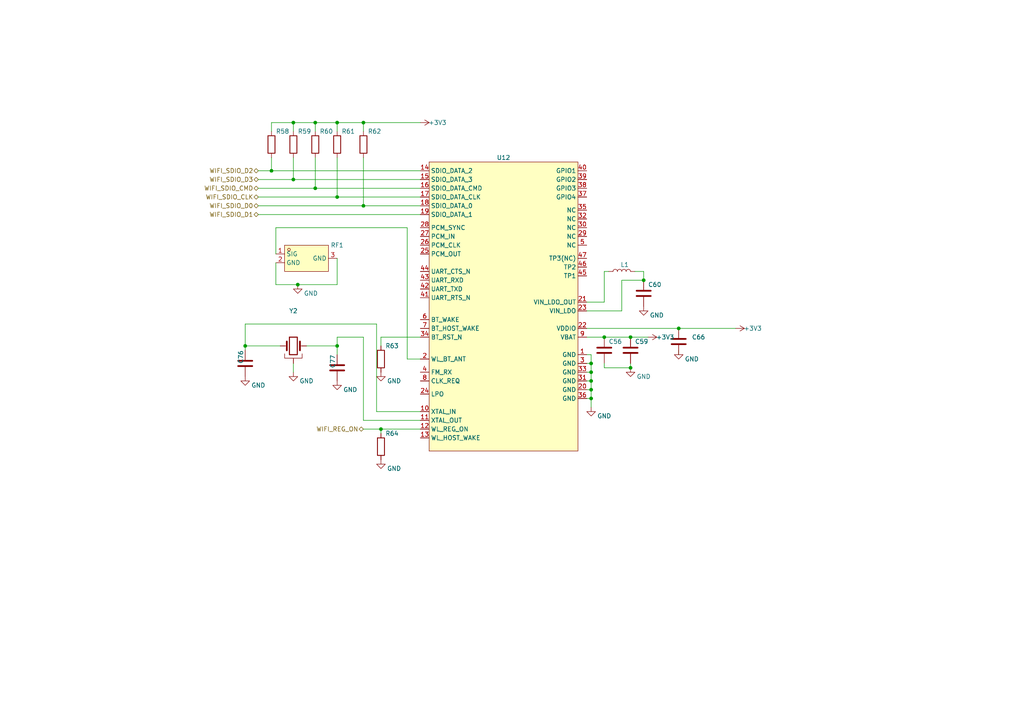
<source format=kicad_sch>
(kicad_sch (version 20211123) (generator eeschema)

  (uuid 1745c155-915b-43aa-9ef3-696a1dd928bc)

  (paper "A4")

  (lib_symbols
    (symbol "C_18" (pin_numbers hide) (pin_names (offset 0.254)) (in_bom yes) (on_board yes)
      (property "Reference" "C" (id 0) (at 0.635 2.54 0)
        (effects (font (size 1.27 1.27)) (justify left))
      )
      (property "Value" "C_18" (id 1) (at 0.635 -2.54 0)
        (effects (font (size 1.27 1.27)) (justify left))
      )
      (property "Footprint" "" (id 2) (at 0.9652 -3.81 0)
        (effects (font (size 1.27 1.27)) hide)
      )
      (property "Datasheet" "~" (id 3) (at 0 0 0)
        (effects (font (size 1.27 1.27)) hide)
      )
      (property "Voltage" "" (id 4) (at 0 0 0)
        (effects (font (size 1.27 1.27)) hide)
      )
      (property "Tolerance" "" (id 5) (at 0 0 0)
        (effects (font (size 1.27 1.27)) hide)
      )
      (property "TC" "" (id 6) (at 0 0 0)
        (effects (font (size 1.27 1.27)) hide)
      )
      (property "Manufacturer" "" (id 7) (at 0 0 0)
        (effects (font (size 1.27 1.27)) hide)
      )
      (property "Mnfct. partnumber" "" (id 8) (at 0 0 0)
        (effects (font (size 1.27 1.27)) hide)
      )
      (property "LCSC Partnumber" "" (id 9) (at 0 0 0)
        (effects (font (size 1.27 1.27)) hide)
      )
      (property "ki_keywords" "cap capacitor" (id 10) (at 0 0 0)
        (effects (font (size 1.27 1.27)) hide)
      )
      (property "ki_description" "Unpolarized capacitor" (id 11) (at 0 0 0)
        (effects (font (size 1.27 1.27)) hide)
      )
      (property "ki_fp_filters" "C_*" (id 12) (at 0 0 0)
        (effects (font (size 1.27 1.27)) hide)
      )
      (symbol "C_18_0_1"
        (polyline
          (pts
            (xy -2.032 -0.762)
            (xy 2.032 -0.762)
          )
          (stroke (width 0.508) (type default) (color 0 0 0 0))
          (fill (type none))
        )
        (polyline
          (pts
            (xy -2.032 0.762)
            (xy 2.032 0.762)
          )
          (stroke (width 0.508) (type default) (color 0 0 0 0))
          (fill (type none))
        )
      )
      (symbol "C_18_1_1"
        (pin passive line (at 0 3.81 270) (length 2.794)
          (name "~" (effects (font (size 1.27 1.27))))
          (number "1" (effects (font (size 1.27 1.27))))
        )
        (pin passive line (at 0 -3.81 90) (length 2.794)
          (name "~" (effects (font (size 1.27 1.27))))
          (number "2" (effects (font (size 1.27 1.27))))
        )
      )
    )
    (symbol "C_19" (pin_numbers hide) (pin_names (offset 0.254)) (in_bom yes) (on_board yes)
      (property "Reference" "C" (id 0) (at 0.635 2.54 0)
        (effects (font (size 1.27 1.27)) (justify left))
      )
      (property "Value" "C_19" (id 1) (at 0.635 -2.54 0)
        (effects (font (size 1.27 1.27)) (justify left))
      )
      (property "Footprint" "" (id 2) (at 0.9652 -3.81 0)
        (effects (font (size 1.27 1.27)) hide)
      )
      (property "Datasheet" "~" (id 3) (at 0 0 0)
        (effects (font (size 1.27 1.27)) hide)
      )
      (property "Voltage" "" (id 4) (at 0 0 0)
        (effects (font (size 1.27 1.27)) hide)
      )
      (property "Tolerance" "" (id 5) (at 0 0 0)
        (effects (font (size 1.27 1.27)) hide)
      )
      (property "TC" "" (id 6) (at 0 0 0)
        (effects (font (size 1.27 1.27)) hide)
      )
      (property "Manufacturer" "" (id 7) (at 0 0 0)
        (effects (font (size 1.27 1.27)) hide)
      )
      (property "Mnfct. partnumber" "" (id 8) (at 0 0 0)
        (effects (font (size 1.27 1.27)) hide)
      )
      (property "LCSC Partnumber" "" (id 9) (at 0 0 0)
        (effects (font (size 1.27 1.27)) hide)
      )
      (property "ki_keywords" "cap capacitor" (id 10) (at 0 0 0)
        (effects (font (size 1.27 1.27)) hide)
      )
      (property "ki_description" "Unpolarized capacitor" (id 11) (at 0 0 0)
        (effects (font (size 1.27 1.27)) hide)
      )
      (property "ki_fp_filters" "C_*" (id 12) (at 0 0 0)
        (effects (font (size 1.27 1.27)) hide)
      )
      (symbol "C_19_0_1"
        (polyline
          (pts
            (xy -2.032 -0.762)
            (xy 2.032 -0.762)
          )
          (stroke (width 0.508) (type default) (color 0 0 0 0))
          (fill (type none))
        )
        (polyline
          (pts
            (xy -2.032 0.762)
            (xy 2.032 0.762)
          )
          (stroke (width 0.508) (type default) (color 0 0 0 0))
          (fill (type none))
        )
      )
      (symbol "C_19_1_1"
        (pin passive line (at 0 3.81 270) (length 2.794)
          (name "~" (effects (font (size 1.27 1.27))))
          (number "1" (effects (font (size 1.27 1.27))))
        )
        (pin passive line (at 0 -3.81 90) (length 2.794)
          (name "~" (effects (font (size 1.27 1.27))))
          (number "2" (effects (font (size 1.27 1.27))))
        )
      )
    )
    (symbol "C_7" (pin_numbers hide) (pin_names (offset 0.254)) (in_bom yes) (on_board yes)
      (property "Reference" "C" (id 0) (at 0.635 2.54 0)
        (effects (font (size 1.27 1.27)) (justify left))
      )
      (property "Value" "C_7" (id 1) (at 0.635 -2.54 0)
        (effects (font (size 1.27 1.27)) (justify left))
      )
      (property "Footprint" "" (id 2) (at 0.9652 -3.81 0)
        (effects (font (size 1.27 1.27)) hide)
      )
      (property "Datasheet" "~" (id 3) (at 0 0 0)
        (effects (font (size 1.27 1.27)) hide)
      )
      (property "Voltage" "" (id 4) (at 0 0 0)
        (effects (font (size 1.27 1.27)) hide)
      )
      (property "Tolerance" "" (id 5) (at 0 0 0)
        (effects (font (size 1.27 1.27)) hide)
      )
      (property "TC" "" (id 6) (at 0 0 0)
        (effects (font (size 1.27 1.27)) hide)
      )
      (property "Manufacturer" "" (id 7) (at 0 0 0)
        (effects (font (size 1.27 1.27)) hide)
      )
      (property "Mnfct. partnumber" "" (id 8) (at 0 0 0)
        (effects (font (size 1.27 1.27)) hide)
      )
      (property "LCSC Partnumber" "" (id 9) (at 0 0 0)
        (effects (font (size 1.27 1.27)) hide)
      )
      (property "ki_keywords" "cap capacitor" (id 10) (at 0 0 0)
        (effects (font (size 1.27 1.27)) hide)
      )
      (property "ki_description" "Unpolarized capacitor" (id 11) (at 0 0 0)
        (effects (font (size 1.27 1.27)) hide)
      )
      (property "ki_fp_filters" "C_*" (id 12) (at 0 0 0)
        (effects (font (size 1.27 1.27)) hide)
      )
      (symbol "C_7_0_1"
        (polyline
          (pts
            (xy -2.032 -0.762)
            (xy 2.032 -0.762)
          )
          (stroke (width 0.508) (type default) (color 0 0 0 0))
          (fill (type none))
        )
        (polyline
          (pts
            (xy -2.032 0.762)
            (xy 2.032 0.762)
          )
          (stroke (width 0.508) (type default) (color 0 0 0 0))
          (fill (type none))
        )
      )
      (symbol "C_7_1_1"
        (pin passive line (at 0 3.81 270) (length 2.794)
          (name "~" (effects (font (size 1.27 1.27))))
          (number "1" (effects (font (size 1.27 1.27))))
        )
        (pin passive line (at 0 -3.81 90) (length 2.794)
          (name "~" (effects (font (size 1.27 1.27))))
          (number "2" (effects (font (size 1.27 1.27))))
        )
      )
    )
    (symbol "power:+3V3" (power) (pin_names (offset 0)) (in_bom yes) (on_board yes)
      (property "Reference" "#PWR" (id 0) (at 0 -3.81 0)
        (effects (font (size 1.27 1.27)) hide)
      )
      (property "Value" "+3V3" (id 1) (at 0 3.556 0)
        (effects (font (size 1.27 1.27)))
      )
      (property "Footprint" "" (id 2) (at 0 0 0)
        (effects (font (size 1.27 1.27)) hide)
      )
      (property "Datasheet" "" (id 3) (at 0 0 0)
        (effects (font (size 1.27 1.27)) hide)
      )
      (property "ki_keywords" "power-flag" (id 4) (at 0 0 0)
        (effects (font (size 1.27 1.27)) hide)
      )
      (property "ki_description" "Power symbol creates a global label with name \"+3V3\"" (id 5) (at 0 0 0)
        (effects (font (size 1.27 1.27)) hide)
      )
      (symbol "+3V3_0_1"
        (polyline
          (pts
            (xy -0.762 1.27)
            (xy 0 2.54)
          )
          (stroke (width 0) (type default) (color 0 0 0 0))
          (fill (type none))
        )
        (polyline
          (pts
            (xy 0 0)
            (xy 0 2.54)
          )
          (stroke (width 0) (type default) (color 0 0 0 0))
          (fill (type none))
        )
        (polyline
          (pts
            (xy 0 2.54)
            (xy 0.762 1.27)
          )
          (stroke (width 0) (type default) (color 0 0 0 0))
          (fill (type none))
        )
      )
      (symbol "+3V3_1_1"
        (pin power_in line (at 0 0 90) (length 0) hide
          (name "+3V3" (effects (font (size 1.27 1.27))))
          (number "1" (effects (font (size 1.27 1.27))))
        )
      )
    )
    (symbol "power:GND" (power) (pin_names (offset 0)) (in_bom yes) (on_board yes)
      (property "Reference" "#PWR" (id 0) (at 0 -6.35 0)
        (effects (font (size 1.27 1.27)) hide)
      )
      (property "Value" "GND" (id 1) (at 0 -3.81 0)
        (effects (font (size 1.27 1.27)))
      )
      (property "Footprint" "" (id 2) (at 0 0 0)
        (effects (font (size 1.27 1.27)) hide)
      )
      (property "Datasheet" "" (id 3) (at 0 0 0)
        (effects (font (size 1.27 1.27)) hide)
      )
      (property "ki_keywords" "power-flag" (id 4) (at 0 0 0)
        (effects (font (size 1.27 1.27)) hide)
      )
      (property "ki_description" "Power symbol creates a global label with name \"GND\" , ground" (id 5) (at 0 0 0)
        (effects (font (size 1.27 1.27)) hide)
      )
      (symbol "GND_0_1"
        (polyline
          (pts
            (xy 0 0)
            (xy 0 -1.27)
            (xy 1.27 -1.27)
            (xy 0 -2.54)
            (xy -1.27 -1.27)
            (xy 0 -1.27)
          )
          (stroke (width 0) (type default) (color 0 0 0 0))
          (fill (type none))
        )
      )
      (symbol "GND_1_1"
        (pin power_in line (at 0 0 270) (length 0) hide
          (name "GND" (effects (font (size 1.27 1.27))))
          (number "1" (effects (font (size 1.27 1.27))))
        )
      )
    )
    (symbol "rlib_connectors:BWIPX-1-001E" (in_bom yes) (on_board yes)
      (property "Reference" "RF" (id 0) (at 0 6.35 0)
        (effects (font (size 1.27 1.27)))
      )
      (property "Value" "BWIPX-1-001E" (id 1) (at 0 -6.35 0)
        (effects (font (size 1.27 1.27)))
      )
      (property "Footprint" "rlib_connectors:IPEX-SMD_BWIPX-1-001E" (id 2) (at 0 -8.89 0)
        (effects (font (size 1.27 1.27)) hide)
      )
      (property "Datasheet" "" (id 3) (at 0 0 0)
        (effects (font (size 1.27 1.27)) hide)
      )
      (property "Manufacturer" "BAT WIRELESS(蝙蝠无线)" (id 4) (at 0 -11.43 0)
        (effects (font (size 1.27 1.27)) hide)
      )
      (property "LCSC Part" "C496552" (id 5) (at 0 -13.97 0)
        (effects (font (size 1.27 1.27)) hide)
      )
      (property "JLC Part" "Extended Part" (id 6) (at 0 -16.51 0)
        (effects (font (size 1.27 1.27)) hide)
      )
      (symbol "BWIPX-1-001E_0_1"
        (rectangle (start -6.35 3.81) (end 6.35 -3.81)
          (stroke (width 0) (type default) (color 0 0 0 0))
          (fill (type background))
        )
        (circle (center -5.08 2.54) (radius 0.38)
          (stroke (width 0) (type default) (color 0 0 0 0))
          (fill (type none))
        )
        (pin unspecified line (at -8.89 1.27 0) (length 2.54)
          (name "SIG" (effects (font (size 1.27 1.27))))
          (number "1" (effects (font (size 1.27 1.27))))
        )
        (pin unspecified line (at -8.89 -1.27 0) (length 2.54)
          (name "GND" (effects (font (size 1.27 1.27))))
          (number "2" (effects (font (size 1.27 1.27))))
        )
        (pin unspecified line (at 8.89 0 180) (length 2.54)
          (name "GND" (effects (font (size 1.27 1.27))))
          (number "3" (effects (font (size 1.27 1.27))))
        )
      )
    )
    (symbol "rlib_modules:AP6212" (in_bom yes) (on_board yes)
      (property "Reference" "U" (id 0) (at 0 33.02 0)
        (effects (font (size 1.27 1.27)))
      )
      (property "Value" "AP6212" (id 1) (at 0 -59.69 0)
        (effects (font (size 1.27 1.27)))
      )
      (property "Footprint" "rlib_modules:QFN-44_L12.0-W12.0-P0.90-TL_AP6212" (id 2) (at -1.27 -62.23 0)
        (effects (font (size 1.27 1.27)) hide)
      )
      (property "Datasheet" "" (id 3) (at 0 0 0)
        (effects (font (size 1.27 1.27)) hide)
      )
      (property "Manufacturer" "AMPAK(正基科技)" (id 4) (at 0 -64.77 0)
        (effects (font (size 1.27 1.27)) hide)
      )
      (property "LCSC Part" "C2798300" (id 5) (at 0 -67.31 0)
        (effects (font (size 1.27 1.27)) hide)
      )
      (property "JLC Part" "Extended Part" (id 6) (at 0 -69.85 0)
        (effects (font (size 1.27 1.27)) hide)
      )
      (symbol "AP6212_0_1"
        (rectangle (start -21.59 31.75) (end 21.59 -52.07)
          (stroke (width 0) (type default) (color 0 0 0 0))
          (fill (type background))
        )
        (pin unspecified line (at 24.13 -24.13 180) (length 2.54)
          (name "GND" (effects (font (size 1.27 1.27))))
          (number "1" (effects (font (size 1.27 1.27))))
        )
        (pin unspecified line (at -24.13 -40.64 0) (length 2.54)
          (name "XTAL_IN" (effects (font (size 1.27 1.27))))
          (number "10" (effects (font (size 1.27 1.27))))
        )
        (pin unspecified line (at -24.13 -43.18 0) (length 2.54)
          (name "XTAL_OUT" (effects (font (size 1.27 1.27))))
          (number "11" (effects (font (size 1.27 1.27))))
        )
        (pin unspecified line (at -24.13 -45.72 0) (length 2.54)
          (name "WL_REG_ON" (effects (font (size 1.27 1.27))))
          (number "12" (effects (font (size 1.27 1.27))))
        )
        (pin unspecified line (at -24.13 -48.26 0) (length 2.54)
          (name "WL_HOST_WAKE" (effects (font (size 1.27 1.27))))
          (number "13" (effects (font (size 1.27 1.27))))
        )
        (pin unspecified line (at -24.13 29.21 0) (length 2.54)
          (name "SDIO_DATA_2" (effects (font (size 1.27 1.27))))
          (number "14" (effects (font (size 1.27 1.27))))
        )
        (pin unspecified line (at -24.13 26.67 0) (length 2.54)
          (name "SDIO_DATA_3" (effects (font (size 1.27 1.27))))
          (number "15" (effects (font (size 1.27 1.27))))
        )
        (pin unspecified line (at -24.13 24.13 0) (length 2.54)
          (name "SDIO_DATA_CMD" (effects (font (size 1.27 1.27))))
          (number "16" (effects (font (size 1.27 1.27))))
        )
        (pin unspecified line (at -24.13 21.59 0) (length 2.54)
          (name "SDIO_DATA_CLK" (effects (font (size 1.27 1.27))))
          (number "17" (effects (font (size 1.27 1.27))))
        )
        (pin unspecified line (at -24.13 19.05 0) (length 2.54)
          (name "SDIO_DATA_0" (effects (font (size 1.27 1.27))))
          (number "18" (effects (font (size 1.27 1.27))))
        )
        (pin unspecified line (at -24.13 16.51 0) (length 2.54)
          (name "SDIO_DATA_1" (effects (font (size 1.27 1.27))))
          (number "19" (effects (font (size 1.27 1.27))))
        )
        (pin unspecified line (at -24.13 -25.4 0) (length 2.54)
          (name "WL_BT_ANT" (effects (font (size 1.27 1.27))))
          (number "2" (effects (font (size 1.27 1.27))))
        )
        (pin unspecified line (at 24.13 -34.29 180) (length 2.54)
          (name "GND" (effects (font (size 1.27 1.27))))
          (number "20" (effects (font (size 1.27 1.27))))
        )
        (pin unspecified line (at 24.13 -8.89 180) (length 2.54)
          (name "VIN_LDO_OUT" (effects (font (size 1.27 1.27))))
          (number "21" (effects (font (size 1.27 1.27))))
        )
        (pin unspecified line (at 24.13 -16.51 180) (length 2.54)
          (name "VDDIO" (effects (font (size 1.27 1.27))))
          (number "22" (effects (font (size 1.27 1.27))))
        )
        (pin unspecified line (at 24.13 -11.43 180) (length 2.54)
          (name "VIN_LDO" (effects (font (size 1.27 1.27))))
          (number "23" (effects (font (size 1.27 1.27))))
        )
        (pin unspecified line (at -24.13 -35.56 0) (length 2.54)
          (name "LPO" (effects (font (size 1.27 1.27))))
          (number "24" (effects (font (size 1.27 1.27))))
        )
        (pin unspecified line (at -24.13 5.08 0) (length 2.54)
          (name "PCM_OUT" (effects (font (size 1.27 1.27))))
          (number "25" (effects (font (size 1.27 1.27))))
        )
        (pin unspecified line (at -24.13 7.62 0) (length 2.54)
          (name "PCM_CLK" (effects (font (size 1.27 1.27))))
          (number "26" (effects (font (size 1.27 1.27))))
        )
        (pin unspecified line (at -24.13 10.16 0) (length 2.54)
          (name "PCM_IN" (effects (font (size 1.27 1.27))))
          (number "27" (effects (font (size 1.27 1.27))))
        )
        (pin unspecified line (at -24.13 12.7 0) (length 2.54)
          (name "PCM_SYNC" (effects (font (size 1.27 1.27))))
          (number "28" (effects (font (size 1.27 1.27))))
        )
        (pin unspecified line (at 24.13 10.16 180) (length 2.54)
          (name "NC" (effects (font (size 1.27 1.27))))
          (number "29" (effects (font (size 1.27 1.27))))
        )
        (pin unspecified line (at 24.13 -26.67 180) (length 2.54)
          (name "GND" (effects (font (size 1.27 1.27))))
          (number "3" (effects (font (size 1.27 1.27))))
        )
        (pin unspecified line (at 24.13 12.7 180) (length 2.54)
          (name "NC" (effects (font (size 1.27 1.27))))
          (number "30" (effects (font (size 1.27 1.27))))
        )
        (pin unspecified line (at 24.13 -31.75 180) (length 2.54)
          (name "GND" (effects (font (size 1.27 1.27))))
          (number "31" (effects (font (size 1.27 1.27))))
        )
        (pin unspecified line (at 24.13 15.24 180) (length 2.54)
          (name "NC" (effects (font (size 1.27 1.27))))
          (number "32" (effects (font (size 1.27 1.27))))
        )
        (pin unspecified line (at 24.13 -29.21 180) (length 2.54)
          (name "GND" (effects (font (size 1.27 1.27))))
          (number "33" (effects (font (size 1.27 1.27))))
        )
        (pin unspecified line (at -24.13 -19.05 0) (length 2.54)
          (name "BT_RST_N" (effects (font (size 1.27 1.27))))
          (number "34" (effects (font (size 1.27 1.27))))
        )
        (pin unspecified line (at 24.13 17.78 180) (length 2.54)
          (name "NC" (effects (font (size 1.27 1.27))))
          (number "35" (effects (font (size 1.27 1.27))))
        )
        (pin unspecified line (at 24.13 -36.83 180) (length 2.54)
          (name "GND" (effects (font (size 1.27 1.27))))
          (number "36" (effects (font (size 1.27 1.27))))
        )
        (pin unspecified line (at 24.13 21.59 180) (length 2.54)
          (name "GPIO4" (effects (font (size 1.27 1.27))))
          (number "37" (effects (font (size 1.27 1.27))))
        )
        (pin unspecified line (at 24.13 24.13 180) (length 2.54)
          (name "GPIO3" (effects (font (size 1.27 1.27))))
          (number "38" (effects (font (size 1.27 1.27))))
        )
        (pin unspecified line (at 24.13 26.67 180) (length 2.54)
          (name "GPIO2" (effects (font (size 1.27 1.27))))
          (number "39" (effects (font (size 1.27 1.27))))
        )
        (pin unspecified line (at -24.13 -29.21 0) (length 2.54)
          (name "FM_RX" (effects (font (size 1.27 1.27))))
          (number "4" (effects (font (size 1.27 1.27))))
        )
        (pin unspecified line (at 24.13 29.21 180) (length 2.54)
          (name "GPIO1" (effects (font (size 1.27 1.27))))
          (number "40" (effects (font (size 1.27 1.27))))
        )
        (pin unspecified line (at -24.13 -7.62 0) (length 2.54)
          (name "UART_RTS_N" (effects (font (size 1.27 1.27))))
          (number "41" (effects (font (size 1.27 1.27))))
        )
        (pin unspecified line (at -24.13 -5.08 0) (length 2.54)
          (name "UART_TXD" (effects (font (size 1.27 1.27))))
          (number "42" (effects (font (size 1.27 1.27))))
        )
        (pin unspecified line (at -24.13 -2.54 0) (length 2.54)
          (name "UART_RXD" (effects (font (size 1.27 1.27))))
          (number "43" (effects (font (size 1.27 1.27))))
        )
        (pin unspecified line (at -24.13 0 0) (length 2.54)
          (name "UART_CTS_N" (effects (font (size 1.27 1.27))))
          (number "44" (effects (font (size 1.27 1.27))))
        )
        (pin unspecified line (at 24.13 -1.27 180) (length 2.54)
          (name "TP1" (effects (font (size 1.27 1.27))))
          (number "45" (effects (font (size 1.27 1.27))))
        )
        (pin unspecified line (at 24.13 1.27 180) (length 2.54)
          (name "TP2" (effects (font (size 1.27 1.27))))
          (number "46" (effects (font (size 1.27 1.27))))
        )
        (pin unspecified line (at 24.13 3.81 180) (length 2.54)
          (name "TP3(NC)" (effects (font (size 1.27 1.27))))
          (number "47" (effects (font (size 1.27 1.27))))
        )
        (pin unspecified line (at 24.13 7.62 180) (length 2.54)
          (name "NC" (effects (font (size 1.27 1.27))))
          (number "5" (effects (font (size 1.27 1.27))))
        )
        (pin unspecified line (at -24.13 -13.97 0) (length 2.54)
          (name "BT_WAKE" (effects (font (size 1.27 1.27))))
          (number "6" (effects (font (size 1.27 1.27))))
        )
        (pin unspecified line (at -24.13 -16.51 0) (length 2.54)
          (name "BT_HOST_WAKE" (effects (font (size 1.27 1.27))))
          (number "7" (effects (font (size 1.27 1.27))))
        )
        (pin unspecified line (at -24.13 -31.75 0) (length 2.54)
          (name "CLK_REQ" (effects (font (size 1.27 1.27))))
          (number "8" (effects (font (size 1.27 1.27))))
        )
        (pin unspecified line (at 24.13 -19.05 180) (length 2.54)
          (name "VBAT" (effects (font (size 1.27 1.27))))
          (number "9" (effects (font (size 1.27 1.27))))
        )
      )
    )
    (symbol "rlib_passive:26МHz" (pin_numbers hide) (pin_names (offset 1.016) hide) (in_bom yes) (on_board yes)
      (property "Reference" "Y" (id 0) (at 0 3.81 0)
        (effects (font (size 1.27 1.27)))
      )
      (property "Value" "26МHz" (id 1) (at 6.35 -2.54 0)
        (effects (font (size 1.27 1.27)))
      )
      (property "Footprint" "rlib_passive:CRYSTAL-SMD_4P-L1.6-W1.2-BL" (id 2) (at 0 -6.35 0)
        (effects (font (size 1.27 1.27)))
      )
      (property "Datasheet" "~" (id 3) (at 10.16 -12.7 0)
        (effects (font (size 1.27 1.27)) hide)
      )
      (property "Поле4" "" (id 4) (at 10.16 -12.7 0)
        (effects (font (size 1.27 1.27)) hide)
      )
      (property "ki_keywords" "quartz ceramic resonator oscillator" (id 5) (at 0 0 0)
        (effects (font (size 1.27 1.27)) hide)
      )
      (property "ki_fp_filters" "Crystal*" (id 6) (at 0 0 0)
        (effects (font (size 1.27 1.27)) hide)
      )
      (symbol "26МHz_0_1"
        (rectangle (start -1.143 2.54) (end 1.143 -2.54)
          (stroke (width 0.3048) (type default) (color 0 0 0 0))
          (fill (type none))
        )
        (polyline
          (pts
            (xy -2.54 0)
            (xy -1.905 0)
          )
          (stroke (width 0) (type default) (color 0 0 0 0))
          (fill (type none))
        )
        (polyline
          (pts
            (xy -1.905 -1.27)
            (xy -1.905 1.27)
          )
          (stroke (width 0.508) (type default) (color 0 0 0 0))
          (fill (type none))
        )
        (polyline
          (pts
            (xy 0 -3.81)
            (xy 0 -3.556)
          )
          (stroke (width 0) (type default) (color 0 0 0 0))
          (fill (type none))
        )
        (polyline
          (pts
            (xy 1.905 0)
            (xy 2.54 0)
          )
          (stroke (width 0) (type default) (color 0 0 0 0))
          (fill (type none))
        )
        (polyline
          (pts
            (xy 1.905 1.27)
            (xy 1.905 -1.27)
          )
          (stroke (width 0.508) (type default) (color 0 0 0 0))
          (fill (type none))
        )
        (polyline
          (pts
            (xy -2.54 -2.286)
            (xy -2.54 -3.556)
            (xy 2.54 -3.556)
            (xy 2.54 -2.286)
          )
          (stroke (width 0) (type default) (color 0 0 0 0))
          (fill (type none))
        )
      )
      (symbol "26МHz_1_1"
        (pin passive line (at -3.81 0 0) (length 1.27)
          (name "1" (effects (font (size 1.27 1.27))))
          (number "1" (effects (font (size 1.27 1.27))))
        )
        (pin passive line (at 3.81 0 180) (length 1.27)
          (name "2" (effects (font (size 1.27 1.27))))
          (number "2" (effects (font (size 1.27 1.27))))
        )
        (pin passive line (at 0 -5.08 90) (length 1.27)
          (name "3" (effects (font (size 1.27 1.27))))
          (number "3" (effects (font (size 1.27 1.27))))
        )
      )
    )
    (symbol "rlib_passive:L" (pin_numbers hide) (pin_names (offset 1.016) hide) (in_bom yes) (on_board yes)
      (property "Reference" "L" (id 0) (at -1.27 0 90)
        (effects (font (size 1.27 1.27)))
      )
      (property "Value" "L" (id 1) (at 1.905 0 90)
        (effects (font (size 1.27 1.27)))
      )
      (property "Footprint" "" (id 2) (at 0 0 0)
        (effects (font (size 1.27 1.27)) hide)
      )
      (property "Datasheet" "~" (id 3) (at 0 0 0)
        (effects (font (size 1.27 1.27)) hide)
      )
      (property "Idc" "" (id 4) (at 0 0 0)
        (effects (font (size 1.27 1.27)) hide)
      )
      (property "Tolerance" "" (id 5) (at 0 0 0)
        (effects (font (size 1.27 1.27)) hide)
      )
      (property "Manufacturer" "" (id 6) (at 0 0 0)
        (effects (font (size 1.27 1.27)) hide)
      )
      (property "Mnfct.  partnumber" "" (id 7) (at 0 0 0)
        (effects (font (size 1.27 1.27)) hide)
      )
      (property "LCSC partnumber" "" (id 8) (at 0 0 0)
        (effects (font (size 1.27 1.27)) hide)
      )
      (property "ki_keywords" "inductor choke coil reactor magnetic" (id 9) (at 0 0 0)
        (effects (font (size 1.27 1.27)) hide)
      )
      (property "ki_description" "Inductor" (id 10) (at 0 0 0)
        (effects (font (size 1.27 1.27)) hide)
      )
      (property "ki_fp_filters" "Choke_* *Coil* Inductor_* L_*" (id 11) (at 0 0 0)
        (effects (font (size 1.27 1.27)) hide)
      )
      (symbol "L_0_1"
        (arc (start 0 -2.54) (mid 0.635 -1.905) (end 0 -1.27)
          (stroke (width 0) (type default) (color 0 0 0 0))
          (fill (type none))
        )
        (arc (start 0 -1.27) (mid 0.635 -0.635) (end 0 0)
          (stroke (width 0) (type default) (color 0 0 0 0))
          (fill (type none))
        )
        (arc (start 0 0) (mid 0.635 0.635) (end 0 1.27)
          (stroke (width 0) (type default) (color 0 0 0 0))
          (fill (type none))
        )
        (arc (start 0 1.27) (mid 0.635 1.905) (end 0 2.54)
          (stroke (width 0) (type default) (color 0 0 0 0))
          (fill (type none))
        )
      )
      (symbol "L_1_1"
        (pin passive line (at 0 3.81 270) (length 1.27)
          (name "1" (effects (font (size 1.27 1.27))))
          (number "1" (effects (font (size 1.27 1.27))))
        )
        (pin passive line (at 0 -3.81 90) (length 1.27)
          (name "2" (effects (font (size 1.27 1.27))))
          (number "2" (effects (font (size 1.27 1.27))))
        )
      )
    )
    (symbol "rlib_passive:R" (pin_numbers hide) (pin_names (offset 0)) (in_bom yes) (on_board yes)
      (property "Reference" "R" (id 0) (at 2.032 0 90)
        (effects (font (size 1.27 1.27)))
      )
      (property "Value" "R" (id 1) (at 0 0 90)
        (effects (font (size 1.27 1.27)))
      )
      (property "Footprint" "" (id 2) (at -1.778 0 90)
        (effects (font (size 1.27 1.27)) hide)
      )
      (property "Datasheet" "~" (id 3) (at 0 0 0)
        (effects (font (size 1.27 1.27)) hide)
      )
      (property "Tolerance" "" (id 4) (at 0 0 0)
        (effects (font (size 1.27 1.27)) hide)
      )
      (property "Manufacturer" "" (id 5) (at 0 0 0)
        (effects (font (size 1.27 1.27)) hide)
      )
      (property "Mnfct.  partnumber" "" (id 6) (at 0 0 0)
        (effects (font (size 1.27 1.27)) hide)
      )
      (property "LCSC Partnumber" "" (id 7) (at 0 0 0)
        (effects (font (size 1.27 1.27)) hide)
      )
      (property "ki_keywords" "R res resistor" (id 8) (at 0 0 0)
        (effects (font (size 1.27 1.27)) hide)
      )
      (property "ki_description" "Resistor" (id 9) (at 0 0 0)
        (effects (font (size 1.27 1.27)) hide)
      )
      (property "ki_fp_filters" "R_*" (id 10) (at 0 0 0)
        (effects (font (size 1.27 1.27)) hide)
      )
      (symbol "R_0_1"
        (rectangle (start -1.016 -2.54) (end 1.016 2.54)
          (stroke (width 0.254) (type default) (color 0 0 0 0))
          (fill (type none))
        )
      )
      (symbol "R_1_1"
        (pin passive line (at 0 3.81 270) (length 1.27)
          (name "~" (effects (font (size 1.27 1.27))))
          (number "1" (effects (font (size 1.27 1.27))))
        )
        (pin passive line (at 0 -3.81 90) (length 1.27)
          (name "~" (effects (font (size 1.27 1.27))))
          (number "2" (effects (font (size 1.27 1.27))))
        )
      )
    )
  )

  (junction (at 171.45 105.41) (diameter 0) (color 0 0 0 0)
    (uuid 0754f8eb-06f1-478e-b081-2f9c841a72f8)
  )
  (junction (at 105.41 59.69) (diameter 0) (color 0 0 0 0)
    (uuid 0a95842c-b770-4ecf-a2a6-251fae793720)
  )
  (junction (at 85.09 52.07) (diameter 0) (color 0 0 0 0)
    (uuid 0d5fa263-8316-41de-90cf-7baaed73e05e)
  )
  (junction (at 105.41 35.56) (diameter 0) (color 0 0 0 0)
    (uuid 0ee1af2e-5851-40aa-9075-b98ad6763d5d)
  )
  (junction (at 110.49 124.46) (diameter 0) (color 0 0 0 0)
    (uuid 1e7013cb-240e-4084-8c72-3ce14c18716e)
  )
  (junction (at 71.12 100.33) (diameter 0) (color 0 0 0 0)
    (uuid 28ee9d07-e391-408e-a6cc-08567c84c5ac)
  )
  (junction (at 182.88 97.79) (diameter 0) (color 0 0 0 0)
    (uuid 2d567b77-ba3d-483b-a3fd-be42c73c1df5)
  )
  (junction (at 175.26 97.79) (diameter 0) (color 0 0 0 0)
    (uuid 431663fc-4118-4782-8638-947b9040a864)
  )
  (junction (at 85.09 35.56) (diameter 0) (color 0 0 0 0)
    (uuid 546ee6a5-3bae-4a50-8f59-6a474e51bb99)
  )
  (junction (at 91.44 54.61) (diameter 0) (color 0 0 0 0)
    (uuid 5522edfb-7bde-44d6-82d4-c42f8241f782)
  )
  (junction (at 196.85 95.25) (diameter 0) (color 0 0 0 0)
    (uuid 5cb0080f-c461-4f30-bb66-132a81d5fc00)
  )
  (junction (at 171.45 113.03) (diameter 0) (color 0 0 0 0)
    (uuid 63855b84-20dd-4364-9566-259b5f1dcf2a)
  )
  (junction (at 182.88 106.68) (diameter 0) (color 0 0 0 0)
    (uuid 9742ba5e-fa10-47f6-9be2-4caa7fa27ec8)
  )
  (junction (at 186.69 81.28) (diameter 0) (color 0 0 0 0)
    (uuid 9947dfa8-2fc9-46d5-bda0-167616022402)
  )
  (junction (at 97.79 35.56) (diameter 0) (color 0 0 0 0)
    (uuid 9f586324-5a84-424a-a2ad-a7e6782b0706)
  )
  (junction (at 97.79 57.15) (diameter 0) (color 0 0 0 0)
    (uuid a8d5b3dc-624a-4dfa-a389-bc0317810327)
  )
  (junction (at 78.74 49.53) (diameter 0) (color 0 0 0 0)
    (uuid acd12ee6-9d05-4f48-bd78-c8acf08c0d55)
  )
  (junction (at 171.45 115.57) (diameter 0) (color 0 0 0 0)
    (uuid d2dae44c-72cc-45a1-9f9a-e43fcbb44f3e)
  )
  (junction (at 171.45 110.49) (diameter 0) (color 0 0 0 0)
    (uuid d3853972-03fc-461a-831d-12786eedcc76)
  )
  (junction (at 91.44 35.56) (diameter 0) (color 0 0 0 0)
    (uuid e263cf86-dcf5-422b-bbd0-fec9a8fa0790)
  )
  (junction (at 86.36 82.55) (diameter 0) (color 0 0 0 0)
    (uuid eb382337-3a23-4ff7-89b6-44c037e9c876)
  )
  (junction (at 97.79 100.33) (diameter 0) (color 0 0 0 0)
    (uuid f6a078d5-1788-485a-80a6-eb5e385ec95d)
  )
  (junction (at 171.45 107.95) (diameter 0) (color 0 0 0 0)
    (uuid f859d3a3-3d63-4fea-ad27-f4a9544af47a)
  )

  (wire (pts (xy 175.26 106.68) (xy 182.88 106.68))
    (stroke (width 0) (type default) (color 0 0 0 0))
    (uuid 01630e77-6e71-41d4-8d77-2caca514f331)
  )
  (wire (pts (xy 170.18 97.79) (xy 175.26 97.79))
    (stroke (width 0) (type default) (color 0 0 0 0))
    (uuid 059da4ea-d9fb-440f-ae92-48719856515e)
  )
  (wire (pts (xy 109.22 93.98) (xy 71.12 93.98))
    (stroke (width 0) (type default) (color 0 0 0 0))
    (uuid 073d1b14-5cf5-4977-a037-152420e23962)
  )
  (wire (pts (xy 86.36 82.55) (xy 80.01 82.55))
    (stroke (width 0) (type default) (color 0 0 0 0))
    (uuid 0b1f4d14-e5b0-4e51-b28e-4510ebfce9e9)
  )
  (wire (pts (xy 196.85 102.87) (xy 196.85 101.6))
    (stroke (width 0) (type default) (color 0 0 0 0))
    (uuid 0b8fe0d8-b293-4f5f-bb20-69505a25f8d3)
  )
  (wire (pts (xy 170.18 95.25) (xy 196.85 95.25))
    (stroke (width 0) (type default) (color 0 0 0 0))
    (uuid 0e37d218-7838-4543-a52c-81816fcc29e5)
  )
  (wire (pts (xy 186.69 81.28) (xy 186.69 78.74))
    (stroke (width 0) (type default) (color 0 0 0 0))
    (uuid 119367c0-aa7d-48d7-bd02-903449a306ac)
  )
  (wire (pts (xy 196.85 95.25) (xy 213.36 95.25))
    (stroke (width 0) (type default) (color 0 0 0 0))
    (uuid 12edea82-29a2-491a-909a-fcb8c00f8ce0)
  )
  (wire (pts (xy 110.49 100.33) (xy 110.49 97.79))
    (stroke (width 0) (type default) (color 0 0 0 0))
    (uuid 1571e911-e4fb-48c3-a455-d24bb541885d)
  )
  (wire (pts (xy 121.92 121.92) (xy 105.41 121.92))
    (stroke (width 0) (type default) (color 0 0 0 0))
    (uuid 190fabc8-d6d5-4880-8d8c-f6bd92211038)
  )
  (wire (pts (xy 105.41 45.72) (xy 105.41 59.69))
    (stroke (width 0) (type default) (color 0 0 0 0))
    (uuid 1dd0dd80-07a9-45e1-a728-dd04862cee81)
  )
  (wire (pts (xy 110.49 124.46) (xy 110.49 125.73))
    (stroke (width 0) (type default) (color 0 0 0 0))
    (uuid 1f8ef2ff-8694-443a-b91d-13a207dbf42a)
  )
  (wire (pts (xy 110.49 97.79) (xy 121.92 97.79))
    (stroke (width 0) (type default) (color 0 0 0 0))
    (uuid 22419e6d-c554-4157-b421-b87b39a4857c)
  )
  (wire (pts (xy 71.12 93.98) (xy 71.12 100.33))
    (stroke (width 0) (type default) (color 0 0 0 0))
    (uuid 2294509f-e650-49db-aabb-87be28babe07)
  )
  (wire (pts (xy 78.74 49.53) (xy 121.92 49.53))
    (stroke (width 0) (type default) (color 0 0 0 0))
    (uuid 239a867c-e227-4808-bdc5-b10978af19fe)
  )
  (wire (pts (xy 171.45 115.57) (xy 170.18 115.57))
    (stroke (width 0) (type default) (color 0 0 0 0))
    (uuid 2e792aeb-ddca-400d-9f15-abd948c2d032)
  )
  (wire (pts (xy 71.12 100.33) (xy 81.28 100.33))
    (stroke (width 0) (type default) (color 0 0 0 0))
    (uuid 3170f77c-e226-4598-8d98-1bbaf0289635)
  )
  (wire (pts (xy 171.45 105.41) (xy 171.45 107.95))
    (stroke (width 0) (type default) (color 0 0 0 0))
    (uuid 32f58675-e486-4213-8595-9aa581481b51)
  )
  (wire (pts (xy 171.45 102.87) (xy 171.45 105.41))
    (stroke (width 0) (type default) (color 0 0 0 0))
    (uuid 33d8b54f-8eb5-44f4-b216-f4772cd5cf22)
  )
  (wire (pts (xy 97.79 97.79) (xy 97.79 100.33))
    (stroke (width 0) (type default) (color 0 0 0 0))
    (uuid 3f935686-be97-423d-8e7d-e3d5f25fe82d)
  )
  (wire (pts (xy 118.11 66.04) (xy 118.11 104.14))
    (stroke (width 0) (type default) (color 0 0 0 0))
    (uuid 408f1d0d-5cc1-4efe-97ea-ddfe1880b63e)
  )
  (wire (pts (xy 97.79 57.15) (xy 121.92 57.15))
    (stroke (width 0) (type default) (color 0 0 0 0))
    (uuid 430da62b-9c3e-4da6-b0b2-52bae38f1a11)
  )
  (wire (pts (xy 105.41 124.46) (xy 110.49 124.46))
    (stroke (width 0) (type default) (color 0 0 0 0))
    (uuid 47ed82f9-1c1f-48a2-a2c7-579de7a3c7fa)
  )
  (wire (pts (xy 85.09 35.56) (xy 91.44 35.56))
    (stroke (width 0) (type default) (color 0 0 0 0))
    (uuid 49be2f0e-c2c3-44c3-9c7b-015a626727e9)
  )
  (wire (pts (xy 105.41 59.69) (xy 121.92 59.69))
    (stroke (width 0) (type default) (color 0 0 0 0))
    (uuid 501dd6d4-37fa-4026-803b-1d88f33bbfc7)
  )
  (wire (pts (xy 97.79 35.56) (xy 105.41 35.56))
    (stroke (width 0) (type default) (color 0 0 0 0))
    (uuid 54731e1e-917f-4f8a-a198-befdaf4da88d)
  )
  (wire (pts (xy 186.69 78.74) (xy 184.15 78.74))
    (stroke (width 0) (type default) (color 0 0 0 0))
    (uuid 54b0d727-d576-463c-b6a3-b0ff50cd23f6)
  )
  (wire (pts (xy 85.09 45.72) (xy 85.09 52.07))
    (stroke (width 0) (type default) (color 0 0 0 0))
    (uuid 54d93f45-b3fc-47c1-81ab-143e5b74b807)
  )
  (wire (pts (xy 74.93 49.53) (xy 78.74 49.53))
    (stroke (width 0) (type default) (color 0 0 0 0))
    (uuid 56a1084d-fcbc-474b-84f9-ae1518216493)
  )
  (wire (pts (xy 97.79 45.72) (xy 97.79 57.15))
    (stroke (width 0) (type default) (color 0 0 0 0))
    (uuid 5beb30da-4855-4a55-a9c9-13e11c132fa0)
  )
  (wire (pts (xy 85.09 105.41) (xy 85.09 107.95))
    (stroke (width 0) (type default) (color 0 0 0 0))
    (uuid 5f962aa1-feb1-480d-a4fc-4fdd0defcf48)
  )
  (wire (pts (xy 97.79 82.55) (xy 86.36 82.55))
    (stroke (width 0) (type default) (color 0 0 0 0))
    (uuid 609a8e19-5cf2-4e2e-a2ef-662d0096d48f)
  )
  (wire (pts (xy 171.45 110.49) (xy 170.18 110.49))
    (stroke (width 0) (type default) (color 0 0 0 0))
    (uuid 61817e7b-55f7-432b-ae2a-44a17081bc2f)
  )
  (wire (pts (xy 80.01 66.04) (xy 118.11 66.04))
    (stroke (width 0) (type default) (color 0 0 0 0))
    (uuid 63cf5581-16e0-42df-9c0b-03304a2f0883)
  )
  (wire (pts (xy 80.01 73.66) (xy 80.01 66.04))
    (stroke (width 0) (type default) (color 0 0 0 0))
    (uuid 64d0e022-9fba-440d-9716-037d527abd37)
  )
  (wire (pts (xy 97.79 74.93) (xy 97.79 82.55))
    (stroke (width 0) (type default) (color 0 0 0 0))
    (uuid 65c4e491-6738-498f-a9cf-3b18a9cbdee8)
  )
  (wire (pts (xy 180.34 81.28) (xy 186.69 81.28))
    (stroke (width 0) (type default) (color 0 0 0 0))
    (uuid 678fc46a-5ce2-49b9-84e6-ef86c0e23cde)
  )
  (wire (pts (xy 88.9 100.33) (xy 97.79 100.33))
    (stroke (width 0) (type default) (color 0 0 0 0))
    (uuid 6cc16eab-7c40-4731-8b23-c5e84e275c87)
  )
  (wire (pts (xy 97.79 35.56) (xy 97.79 38.1))
    (stroke (width 0) (type default) (color 0 0 0 0))
    (uuid 775f753e-caff-446d-8af8-e1d2041dd94b)
  )
  (wire (pts (xy 171.45 107.95) (xy 171.45 110.49))
    (stroke (width 0) (type default) (color 0 0 0 0))
    (uuid 797cece2-cdd5-4f16-ad4e-8eb7f1e2fb4b)
  )
  (wire (pts (xy 175.26 87.63) (xy 170.18 87.63))
    (stroke (width 0) (type default) (color 0 0 0 0))
    (uuid 7a3411b6-032d-4a04-8f24-360b13263fc9)
  )
  (wire (pts (xy 171.45 113.03) (xy 171.45 115.57))
    (stroke (width 0) (type default) (color 0 0 0 0))
    (uuid 7dbe542f-28d9-4f8b-a3cb-9d3e9e4cd775)
  )
  (wire (pts (xy 182.88 97.79) (xy 187.96 97.79))
    (stroke (width 0) (type default) (color 0 0 0 0))
    (uuid 81b2bfed-f62a-4bd4-89e7-52acd3297da1)
  )
  (wire (pts (xy 171.45 115.57) (xy 171.45 118.11))
    (stroke (width 0) (type default) (color 0 0 0 0))
    (uuid 827d5ca1-2239-49c4-ab88-9350ea59dc33)
  )
  (wire (pts (xy 105.41 121.92) (xy 105.41 97.79))
    (stroke (width 0) (type default) (color 0 0 0 0))
    (uuid 838a9896-6add-4efe-af52-88c620926ca1)
  )
  (wire (pts (xy 74.93 57.15) (xy 97.79 57.15))
    (stroke (width 0) (type default) (color 0 0 0 0))
    (uuid 8549f34b-7925-4b7d-9a3a-96c0f43038e2)
  )
  (wire (pts (xy 91.44 35.56) (xy 97.79 35.56))
    (stroke (width 0) (type default) (color 0 0 0 0))
    (uuid 85c20b82-a9c0-41ae-8d6a-9b80242a6c8c)
  )
  (wire (pts (xy 71.12 101.6) (xy 71.12 100.33))
    (stroke (width 0) (type default) (color 0 0 0 0))
    (uuid 8fb1209f-4913-4682-988d-d4738944693c)
  )
  (wire (pts (xy 105.41 97.79) (xy 97.79 97.79))
    (stroke (width 0) (type default) (color 0 0 0 0))
    (uuid 90de638d-bf97-423d-bf99-d72c43237b88)
  )
  (wire (pts (xy 74.93 62.23) (xy 121.92 62.23))
    (stroke (width 0) (type default) (color 0 0 0 0))
    (uuid 919dfc2f-8b3e-4417-ac19-1db9c6dcd7fb)
  )
  (wire (pts (xy 97.79 100.33) (xy 97.79 102.87))
    (stroke (width 0) (type default) (color 0 0 0 0))
    (uuid 94e4bdef-3d03-4a6b-a4e9-d81d25560d61)
  )
  (wire (pts (xy 109.22 119.38) (xy 109.22 93.98))
    (stroke (width 0) (type default) (color 0 0 0 0))
    (uuid 96d3f007-dff8-4847-a60b-81f97c90b83c)
  )
  (wire (pts (xy 91.44 45.72) (xy 91.44 54.61))
    (stroke (width 0) (type default) (color 0 0 0 0))
    (uuid 9b515289-a562-425e-a85a-0c1a1e49ade8)
  )
  (wire (pts (xy 121.92 119.38) (xy 109.22 119.38))
    (stroke (width 0) (type default) (color 0 0 0 0))
    (uuid 9f0190c7-1ce3-4054-b2f2-c634e3f819d7)
  )
  (wire (pts (xy 80.01 82.55) (xy 80.01 76.2))
    (stroke (width 0) (type default) (color 0 0 0 0))
    (uuid 9f7be331-3d9c-4415-b5e8-6067285ee6fd)
  )
  (wire (pts (xy 175.26 97.79) (xy 182.88 97.79))
    (stroke (width 0) (type default) (color 0 0 0 0))
    (uuid a07c1d7f-d1ab-4add-8ce5-d4f1998d465c)
  )
  (wire (pts (xy 85.09 35.56) (xy 85.09 38.1))
    (stroke (width 0) (type default) (color 0 0 0 0))
    (uuid a27721bd-c8ed-4e46-b164-bcbebfccd3f5)
  )
  (wire (pts (xy 85.09 52.07) (xy 121.92 52.07))
    (stroke (width 0) (type default) (color 0 0 0 0))
    (uuid a7ac1427-2643-4ff7-a167-248045a6a7d2)
  )
  (wire (pts (xy 74.93 52.07) (xy 85.09 52.07))
    (stroke (width 0) (type default) (color 0 0 0 0))
    (uuid a968fba2-f230-474f-bfe9-a183bdd3e2f5)
  )
  (wire (pts (xy 171.45 113.03) (xy 170.18 113.03))
    (stroke (width 0) (type default) (color 0 0 0 0))
    (uuid abcf2f5b-e7db-4041-8a15-9f994ae98d0f)
  )
  (wire (pts (xy 105.41 35.56) (xy 121.92 35.56))
    (stroke (width 0) (type default) (color 0 0 0 0))
    (uuid acfa189c-1e67-4b32-b8ec-4bfbf4a0ba80)
  )
  (wire (pts (xy 175.26 105.41) (xy 175.26 106.68))
    (stroke (width 0) (type default) (color 0 0 0 0))
    (uuid ae3702f2-56aa-4d02-bede-ea12001988c4)
  )
  (wire (pts (xy 180.34 81.28) (xy 180.34 90.17))
    (stroke (width 0) (type default) (color 0 0 0 0))
    (uuid b2be1533-9c25-4644-bdb0-328b44b9e86b)
  )
  (wire (pts (xy 110.49 124.46) (xy 121.92 124.46))
    (stroke (width 0) (type default) (color 0 0 0 0))
    (uuid b36351c5-ffe3-41b8-bdce-88e0429dd2b3)
  )
  (wire (pts (xy 78.74 38.1) (xy 78.74 35.56))
    (stroke (width 0) (type default) (color 0 0 0 0))
    (uuid b5aa5cdc-6c7d-4f07-b643-0b38b9e4f170)
  )
  (wire (pts (xy 175.26 78.74) (xy 176.53 78.74))
    (stroke (width 0) (type default) (color 0 0 0 0))
    (uuid b5b0e954-8eef-4b39-97c1-4d5c6745d3d1)
  )
  (wire (pts (xy 105.41 35.56) (xy 105.41 38.1))
    (stroke (width 0) (type default) (color 0 0 0 0))
    (uuid bcc087a4-e8c4-4d74-a5af-e46e1a49251d)
  )
  (wire (pts (xy 78.74 45.72) (xy 78.74 49.53))
    (stroke (width 0) (type default) (color 0 0 0 0))
    (uuid be1cd534-0d69-4f50-a002-27c1a7bb8722)
  )
  (wire (pts (xy 171.45 107.95) (xy 170.18 107.95))
    (stroke (width 0) (type default) (color 0 0 0 0))
    (uuid bfb0093c-c5e0-49f8-91b2-372902ccec7a)
  )
  (wire (pts (xy 91.44 35.56) (xy 91.44 38.1))
    (stroke (width 0) (type default) (color 0 0 0 0))
    (uuid cc38ad5b-374d-4613-a07e-921e481d8093)
  )
  (wire (pts (xy 175.26 78.74) (xy 175.26 87.63))
    (stroke (width 0) (type default) (color 0 0 0 0))
    (uuid cda77101-27f9-4f73-ad59-a8499bd120d3)
  )
  (wire (pts (xy 171.45 102.87) (xy 170.18 102.87))
    (stroke (width 0) (type default) (color 0 0 0 0))
    (uuid ce83bd2e-379a-4e7c-a070-776e0d522aae)
  )
  (wire (pts (xy 74.93 59.69) (xy 105.41 59.69))
    (stroke (width 0) (type default) (color 0 0 0 0))
    (uuid d1009662-ed93-44dd-86a3-3b843ed566ea)
  )
  (wire (pts (xy 182.88 105.41) (xy 182.88 106.68))
    (stroke (width 0) (type default) (color 0 0 0 0))
    (uuid d604a0e9-e76b-4664-acea-b1d11d81f74b)
  )
  (wire (pts (xy 78.74 35.56) (xy 85.09 35.56))
    (stroke (width 0) (type default) (color 0 0 0 0))
    (uuid e081e27b-f102-4f7d-b9b4-993ceb5af708)
  )
  (wire (pts (xy 171.45 105.41) (xy 170.18 105.41))
    (stroke (width 0) (type default) (color 0 0 0 0))
    (uuid e4e0d63d-eea4-4952-a385-337f004e56d5)
  )
  (wire (pts (xy 91.44 54.61) (xy 121.92 54.61))
    (stroke (width 0) (type default) (color 0 0 0 0))
    (uuid ec4a82ca-576f-4b2e-b973-0cc1a3b7582e)
  )
  (wire (pts (xy 74.93 54.61) (xy 91.44 54.61))
    (stroke (width 0) (type default) (color 0 0 0 0))
    (uuid ee71cefb-df44-47ba-b61d-fd60c2240a70)
  )
  (wire (pts (xy 171.45 110.49) (xy 171.45 113.03))
    (stroke (width 0) (type default) (color 0 0 0 0))
    (uuid fb36a92f-c2c8-4ce0-a6d6-747896efb061)
  )
  (wire (pts (xy 170.18 90.17) (xy 180.34 90.17))
    (stroke (width 0) (type default) (color 0 0 0 0))
    (uuid fc783046-0cd3-435f-91cc-c19ac5c6a315)
  )
  (wire (pts (xy 118.11 104.14) (xy 121.92 104.14))
    (stroke (width 0) (type default) (color 0 0 0 0))
    (uuid fe384a89-b89d-4f04-9487-7edb3112890d)
  )

  (hierarchical_label "WIFI_SDIO_D1" (shape bidirectional) (at 74.93 62.23 180)
    (effects (font (size 1.27 1.27)) (justify right))
    (uuid 07b98606-4a4b-4f73-9b91-3921073d4201)
  )
  (hierarchical_label "WIFI_SDIO_D2" (shape bidirectional) (at 74.93 49.53 180)
    (effects (font (size 1.27 1.27)) (justify right))
    (uuid 2cd1b3a3-a415-40d2-a706-9471133ef406)
  )
  (hierarchical_label "WIFI_SDIO_CLK" (shape bidirectional) (at 74.93 57.15 180)
    (effects (font (size 1.27 1.27)) (justify right))
    (uuid 4d17a7e0-5bfa-4e9b-ab1a-3d713042e736)
  )
  (hierarchical_label "WIFI_SDIO_D0" (shape bidirectional) (at 74.93 59.69 180)
    (effects (font (size 1.27 1.27)) (justify right))
    (uuid 666e33af-fdfd-4136-8e64-1682d9499363)
  )
  (hierarchical_label "WIFI_REG_ON" (shape bidirectional) (at 105.41 124.46 180)
    (effects (font (size 1.27 1.27)) (justify right))
    (uuid c8b0f784-dd75-42b9-9779-8268b500ba65)
  )
  (hierarchical_label "WIFI_SDIO_D3" (shape bidirectional) (at 74.93 52.07 180)
    (effects (font (size 1.27 1.27)) (justify right))
    (uuid dcaf505c-1ffb-4940-91f2-c60b6020db08)
  )
  (hierarchical_label "WIFI_SDIO_CMD" (shape bidirectional) (at 74.93 54.61 180)
    (effects (font (size 1.27 1.27)) (justify right))
    (uuid defb4b2f-4772-4fde-ae1e-9bfc434d3f00)
  )

  (symbol (lib_id "rlib_passive:R") (at 110.49 104.14 0) (unit 1)
    (in_bom yes) (on_board yes)
    (uuid 04244cb7-f6ca-4259-8cb0-0ede8f9925fb)
    (property "Reference" "R63" (id 0) (at 111.76 100.33 0)
      (effects (font (size 1.27 1.27)) (justify left))
    )
    (property "Value" "" (id 1) (at 111.76 105.41 0)
      (effects (font (size 1.27 1.27)) (justify left))
    )
    (property "Footprint" "" (id 2) (at 108.712 104.14 90)
      (effects (font (size 1.27 1.27)) hide)
    )
    (property "Datasheet" "~" (id 3) (at 110.49 104.14 0)
      (effects (font (size 1.27 1.27)) hide)
    )
    (property "Tolerance" "1%" (id 4) (at 110.49 104.14 0)
      (effects (font (size 1.27 1.27)) hide)
    )
    (property "Manufacturer" "Viking Tech" (id 6) (at 110.49 104.14 0)
      (effects (font (size 1.27 1.27)) hide)
    )
    (property "Mnfct.  partnumber" "" (id 7) (at 110.49 104.14 0)
      (effects (font (size 1.27 1.27)) hide)
    )
    (property "LCSC Partnumber" "" (id 8) (at 110.49 104.14 0)
      (effects (font (size 1.27 1.27)) hide)
    )
    (property "LCSC partnumber" "C217687" (id 9) (at 110.49 104.14 0)
      (effects (font (size 1.27 1.27)) hide)
    )
    (property "Mnfct. partnumber" "ARG03FTC1002" (id 10) (at 110.49 104.14 0)
      (effects (font (size 1.27 1.27)) hide)
    )
    (pin "1" (uuid 6aac289a-a2f1-4ae1-a8bf-98021fd56077))
    (pin "2" (uuid f3191745-4d3a-4968-ac88-ccb695727d9c))
  )

  (symbol (lib_id "power:GND") (at 97.79 110.49 0) (unit 1)
    (in_bom yes) (on_board yes)
    (uuid 08962e15-4224-4401-bcbf-d29d78eddeb8)
    (property "Reference" "#PWR043" (id 0) (at 97.79 116.84 0)
      (effects (font (size 1.27 1.27)) hide)
    )
    (property "Value" "GND" (id 1) (at 101.6 113.03 0))
    (property "Footprint" "" (id 2) (at 97.79 110.49 0)
      (effects (font (size 1.27 1.27)) hide)
    )
    (property "Datasheet" "" (id 3) (at 97.79 110.49 0)
      (effects (font (size 1.27 1.27)) hide)
    )
    (pin "1" (uuid 6e8612f8-6c80-411b-af22-0a65bcf41f9e))
  )

  (symbol (lib_id "rlib_passive:R") (at 110.49 129.54 0) (unit 1)
    (in_bom yes) (on_board yes)
    (uuid 129dcb8c-8f4a-487a-ab9c-91d5142ef7e2)
    (property "Reference" "R64" (id 0) (at 111.76 125.73 0)
      (effects (font (size 1.27 1.27)) (justify left))
    )
    (property "Value" "" (id 1) (at 111.76 130.81 0)
      (effects (font (size 1.27 1.27)) (justify left))
    )
    (property "Footprint" "" (id 2) (at 108.712 129.54 90)
      (effects (font (size 1.27 1.27)) hide)
    )
    (property "Datasheet" "~" (id 3) (at 110.49 129.54 0)
      (effects (font (size 1.27 1.27)) hide)
    )
    (property "Tolerance" "1%" (id 4) (at 110.49 129.54 0)
      (effects (font (size 1.27 1.27)) hide)
    )
    (property "Manufacturer" "Viking Tech" (id 6) (at 110.49 129.54 0)
      (effects (font (size 1.27 1.27)) hide)
    )
    (property "Mnfct.  partnumber" "" (id 7) (at 110.49 129.54 0)
      (effects (font (size 1.27 1.27)) hide)
    )
    (property "LCSC Partnumber" "" (id 8) (at 110.49 129.54 0)
      (effects (font (size 1.27 1.27)) hide)
    )
    (property "LCSC partnumber" "C217687" (id 9) (at 110.49 129.54 0)
      (effects (font (size 1.27 1.27)) hide)
    )
    (property "Mnfct. partnumber" "ARG03FTC1002" (id 10) (at 110.49 129.54 0)
      (effects (font (size 1.27 1.27)) hide)
    )
    (pin "1" (uuid f19a16fb-1318-49f6-9e3b-17fceae3d92c))
    (pin "2" (uuid 74deff4c-c72a-4a19-b78c-51b02ccb864d))
  )

  (symbol (lib_id "power:GND") (at 110.49 133.35 0) (unit 1)
    (in_bom yes) (on_board yes)
    (uuid 235a444a-8aab-470b-8599-c94354d44684)
    (property "Reference" "#PWR027" (id 0) (at 110.49 139.7 0)
      (effects (font (size 1.27 1.27)) hide)
    )
    (property "Value" "GND" (id 1) (at 114.3 135.89 0))
    (property "Footprint" "" (id 2) (at 110.49 133.35 0)
      (effects (font (size 1.27 1.27)) hide)
    )
    (property "Datasheet" "" (id 3) (at 110.49 133.35 0)
      (effects (font (size 1.27 1.27)) hide)
    )
    (pin "1" (uuid 870a5a89-7e97-4431-9f31-635f6935fa5a))
  )

  (symbol (lib_id "rlib_modules:AP6212") (at 146.05 78.74 0) (unit 1)
    (in_bom yes) (on_board yes)
    (uuid 24116adc-ddc0-4d8f-8401-9ee3ffa99fa3)
    (property "Reference" "U12" (id 0) (at 146.05 45.72 0))
    (property "Value" "" (id 1) (at 162.56 133.35 0))
    (property "Footprint" "" (id 2) (at 146.05 115.57 0)
      (effects (font (size 1.27 1.27)) hide)
    )
    (property "Datasheet" "" (id 3) (at 146.05 78.74 0)
      (effects (font (size 1.27 1.27)) hide)
    )
    (property "Manufacturer" "AMPAK(正基科技)" (id 4) (at 146.05 118.11 0)
      (effects (font (size 1.27 1.27)) hide)
    )
    (property "LCSC Part" "C2798300" (id 5) (at 146.05 120.65 0)
      (effects (font (size 1.27 1.27)) hide)
    )
    (property "JLC Part" "Extended Part" (id 6) (at 146.05 123.19 0)
      (effects (font (size 1.27 1.27)) hide)
    )
    (property "Footprint" "rlib_modules:QFN-44_L12.0-W12.0-P0.90-TL_AP6212" (id 7) (at 146.05 78.74 0)
      (effects (font (size 1.27 1.27)) hide)
    )
    (property "Reference" "U" (id 8) (at 146.05 78.74 0)
      (effects (font (size 1.27 1.27)) hide)
    )
    (property "Value" "AP6212" (id 9) (at 146.05 78.74 0)
      (effects (font (size 1.27 1.27)) hide)
    )
    (property "Mnfct. partnumber" "AP6212" (id 10) (at 146.05 78.74 0)
      (effects (font (size 1.27 1.27)) hide)
    )
    (pin "1" (uuid 75049e49-e400-4862-88ad-ef82cc749207))
    (pin "10" (uuid 486a45e5-d2ea-4bab-84f2-85d35780439d))
    (pin "11" (uuid 664b05c4-5c84-493d-a77e-5e9fa93db138))
    (pin "12" (uuid 5a7f06b7-efbc-4a74-ad3a-931d7ba92396))
    (pin "13" (uuid ab4f63cc-b322-41c9-9ca6-c357f370d48f))
    (pin "14" (uuid a175da72-8bc8-455d-a85f-1f5c5096f10e))
    (pin "15" (uuid cc197ed7-6c14-4041-bbb4-281740dcc3a6))
    (pin "16" (uuid 876f83e1-46ff-43e0-88f2-3eef78103ca0))
    (pin "17" (uuid 1c9132c2-ee02-46f7-9909-61147850bc45))
    (pin "18" (uuid a95936a9-48d4-4dc0-b145-86f0aa9e0ef6))
    (pin "19" (uuid 32ea439e-8252-4f8e-ade2-a48fafcb488c))
    (pin "2" (uuid 34c53b3b-023c-4cba-81af-f60b3cd61c96))
    (pin "20" (uuid 266d76d4-34c5-45ae-a1fa-2cc03befa639))
    (pin "21" (uuid c2f23330-511f-41ab-b850-c9c976a4671a))
    (pin "22" (uuid ba91b2fa-9909-42e4-9378-78be268b72bc))
    (pin "23" (uuid 49bfc6ee-d98c-499f-a0aa-c70ece9eb8ed))
    (pin "24" (uuid 4d5aafa9-2ca7-45a0-bc8f-1aad57538ead))
    (pin "25" (uuid 45d131bd-c1b8-4ce5-8be6-c7b9afa4d431))
    (pin "26" (uuid 2e8aa8c5-d210-4614-b25f-d8221d2b2f78))
    (pin "27" (uuid 2c642983-62ed-425b-8c30-8011edfed220))
    (pin "28" (uuid ff95ace0-1154-4fa7-bc3d-59416aba0a6b))
    (pin "29" (uuid db14e7ad-7e7e-4e45-a809-344269d2537f))
    (pin "3" (uuid 3ea5e112-5e99-42e8-8024-0c5efdebe3f2))
    (pin "30" (uuid 4f9e27fe-47d2-4349-bbdb-c4b7c1eb6d42))
    (pin "31" (uuid 679e6eec-d7dd-4dfd-9ce0-78ef4a1c4721))
    (pin "32" (uuid 9d3d7e84-94c0-4b5b-881b-8a1b00f91b7f))
    (pin "33" (uuid 3b07667e-f4f9-4805-be25-da843923a751))
    (pin "34" (uuid e91a4e66-6962-4524-9b4f-c0f9dfa68301))
    (pin "35" (uuid cbb36c16-7e58-448f-bd26-dbe11ebfd784))
    (pin "36" (uuid a7f3b02d-5a89-406a-a27b-dab1b83290a8))
    (pin "37" (uuid 3ccf6e04-ff41-4906-92eb-f7dd24ad8dbf))
    (pin "38" (uuid cf6feb1d-1560-4f00-96e8-d1623786ce88))
    (pin "39" (uuid 523be9b2-1767-4bc8-be65-3f24c38f0299))
    (pin "4" (uuid cedda041-d110-4097-bcde-cb93acb901c4))
    (pin "40" (uuid a8cef878-bae5-4dc5-b8eb-cbd5e1865cf4))
    (pin "41" (uuid 13c25a8e-0a8a-4d4b-879c-9c1cacf5d394))
    (pin "42" (uuid eb2237ba-1d93-4605-8011-bbec6b6ef26e))
    (pin "43" (uuid f1c95544-3e0e-4742-9eff-e430d7bca9f8))
    (pin "44" (uuid 01b459c0-fc39-44b4-acbf-ff193a14f586))
    (pin "45" (uuid d9dbd7c7-be4b-429e-baa2-c9f59df53ff6))
    (pin "46" (uuid 26c9ad27-b12f-4ec1-9e48-f9a3a5709581))
    (pin "47" (uuid 873aff36-8230-40d2-9f6f-9499950809c1))
    (pin "5" (uuid 07a34fca-d01d-48ac-819c-b7328a8b2d22))
    (pin "6" (uuid 3d2873fa-df45-4b5d-8a4b-96a8d4b701a7))
    (pin "7" (uuid a7e1bd37-0e20-44e3-a383-87e198a69a00))
    (pin "8" (uuid f19fc0a2-0f46-4b41-8f86-b28e52454987))
    (pin "9" (uuid 4386be7d-83b6-4a71-b88b-7ccc461f6e65))
  )

  (symbol (lib_id "power:+3V3") (at 213.36 95.25 270) (unit 1)
    (in_bom yes) (on_board yes)
    (uuid 28dbdd27-c0bb-44cb-a96d-642f74bf5035)
    (property "Reference" "#PWR0140" (id 0) (at 209.55 95.25 0)
      (effects (font (size 1.27 1.27)) hide)
    )
    (property "Value" "+3V3" (id 1) (at 220.98 95.25 90)
      (effects (font (size 1.27 1.27)) (justify right))
    )
    (property "Footprint" "" (id 2) (at 213.36 95.25 0)
      (effects (font (size 1.27 1.27)) hide)
    )
    (property "Datasheet" "" (id 3) (at 213.36 95.25 0)
      (effects (font (size 1.27 1.27)) hide)
    )
    (pin "1" (uuid d081b914-63ae-4310-bc54-3a8d53e752f3))
  )

  (symbol (lib_id "rlib_connectors:BWIPX-1-001E") (at 88.9 74.93 0) (unit 1)
    (in_bom yes) (on_board yes)
    (uuid 2f8622ce-2d00-43ac-9250-5e439ea80ed6)
    (property "Reference" "RF1" (id 0) (at 97.79 71.12 0))
    (property "Value" "" (id 1) (at 88.9 68.58 0))
    (property "Footprint" "" (id 2) (at 88.9 83.82 0)
      (effects (font (size 1.27 1.27)) hide)
    )
    (property "Datasheet" "" (id 3) (at 88.9 74.93 0)
      (effects (font (size 1.27 1.27)) hide)
    )
    (property "Manufacturer" "BAT WIRELESS(蝙蝠无线)" (id 4) (at 88.9 86.36 0)
      (effects (font (size 1.27 1.27)) hide)
    )
    (property "LCSC Part" "C496552" (id 5) (at 88.9 88.9 0)
      (effects (font (size 1.27 1.27)) hide)
    )
    (property "JLC Part" "Extended Part" (id 6) (at 88.9 91.44 0)
      (effects (font (size 1.27 1.27)) hide)
    )
    (pin "1" (uuid f6ba0aed-c712-4284-b992-ebb71867d2cc))
    (pin "2" (uuid 317e3ad4-3ba0-4111-b471-5b5db1b53969))
    (pin "3" (uuid ce4ccd5c-5d0f-433d-a81b-a001a5894c51))
  )

  (symbol (lib_id "rlib_passive:26МHz") (at 85.09 100.33 0) (unit 1)
    (in_bom yes) (on_board yes)
    (uuid 441f5945-14dc-494e-bafe-7c2652c02e34)
    (property "Reference" "Y2" (id 0) (at 85.09 90.17 0))
    (property "Value" "" (id 1) (at 85.09 92.71 0))
    (property "Footprint" "" (id 2) (at 83.82 118.11 0))
    (property "Datasheet" "~" (id 3) (at 95.25 113.03 0)
      (effects (font (size 1.27 1.27)) hide)
    )
    (property "Поле4" "" (id 4) (at 95.25 113.03 0)
      (effects (font (size 1.27 1.27)) hide)
    )
    (pin "1" (uuid 395b44cb-33e4-4e59-8cfa-04bd07083dba))
    (pin "2" (uuid 432c85cc-4c1d-4ce5-a374-cfc5a1207755))
    (pin "3" (uuid 5cc63bfb-f952-4c7e-9189-6e29be964963))
  )

  (symbol (lib_name "C_7") (lib_id "rlib_passive:C") (at 196.85 99.06 0) (unit 1)
    (in_bom yes) (on_board yes) (fields_autoplaced)
    (uuid 4980dccc-4459-4acf-9487-1120fbae53df)
    (property "Reference" "C66" (id 0) (at 200.66 97.7899 0)
      (effects (font (size 1.27 1.27)) (justify left))
    )
    (property "Value" "" (id 1) (at 200.66 100.3299 0)
      (effects (font (size 1.27 1.27)) (justify left))
    )
    (property "Footprint" "" (id 2) (at 197.8152 102.87 0)
      (effects (font (size 1.27 1.27)) hide)
    )
    (property "Datasheet" "~" (id 3) (at 196.85 99.06 0)
      (effects (font (size 1.27 1.27)) hide)
    )
    (property "Voltage" "" (id 4) (at 196.85 99.06 0)
      (effects (font (size 1.27 1.27)) hide)
    )
    (property "Tolerance" "" (id 6) (at 196.85 99.06 0)
      (effects (font (size 1.27 1.27)) hide)
    )
    (property "Manufacturer" "Murata" (id 7) (at 196.85 99.06 0)
      (effects (font (size 1.27 1.27)) hide)
    )
    (property "Mnfct. partnumber" "GRM188R71C104KA01D " (id 8) (at 196.85 99.06 0)
      (effects (font (size 1.27 1.27)) hide)
    )
    (property "LCSC Partnumber" "" (id 9) (at 196.85 99.06 0)
      (effects (font (size 1.27 1.27)) hide)
    )
    (property "TC" "" (id 11) (at 196.85 99.06 0)
      (effects (font (size 1.27 1.27)) hide)
    )
    (property "LCSC partnumber" "C45000" (id 12) (at 196.85 99.06 0)
      (effects (font (size 1.27 1.27)) hide)
    )
    (pin "1" (uuid e29956d1-25db-497b-b5f8-f816f7a516c5))
    (pin "2" (uuid d874f5d8-f05c-4682-9aae-aa7ce4a5505a))
  )

  (symbol (lib_id "power:GND") (at 196.85 101.6 0) (unit 1)
    (in_bom yes) (on_board yes)
    (uuid 4c5e7d7c-1a25-453d-93e0-dc334351a0b0)
    (property "Reference" "#PWR0141" (id 0) (at 196.85 107.95 0)
      (effects (font (size 1.27 1.27)) hide)
    )
    (property "Value" "GND" (id 1) (at 200.66 104.14 0))
    (property "Footprint" "" (id 2) (at 196.85 101.6 0)
      (effects (font (size 1.27 1.27)) hide)
    )
    (property "Datasheet" "" (id 3) (at 196.85 101.6 0)
      (effects (font (size 1.27 1.27)) hide)
    )
    (pin "1" (uuid 7c6cb86f-26c6-4f9f-8467-a1d7da11279e))
  )

  (symbol (lib_name "C_19") (lib_id "rlib_passive:C") (at 182.88 101.6 0) (unit 1)
    (in_bom yes) (on_board yes)
    (uuid 4edf1218-a4e5-4058-9d0a-dc8e09594273)
    (property "Reference" "C59" (id 0) (at 184.15 99.06 0)
      (effects (font (size 1.27 1.27)) (justify left))
    )
    (property "Value" "" (id 1) (at 184.15 104.14 0)
      (effects (font (size 1.27 1.27)) (justify left))
    )
    (property "Footprint" "" (id 2) (at 183.8452 105.41 0)
      (effects (font (size 1.27 1.27)) hide)
    )
    (property "Datasheet" "~" (id 3) (at 182.88 101.6 0)
      (effects (font (size 1.27 1.27)) hide)
    )
    (property "Voltage" "" (id 4) (at 182.88 101.6 0)
      (effects (font (size 1.27 1.27)) hide)
    )
    (property "Tolerance" "" (id 6) (at 182.88 101.6 0)
      (effects (font (size 1.27 1.27)) hide)
    )
    (property "Manufacturer" "Murata" (id 7) (at 182.88 101.6 0)
      (effects (font (size 1.27 1.27)) hide)
    )
    (property "Mnfct. partnumber" "GRM188R61E106MA73D " (id 8) (at 182.88 101.6 0)
      (effects (font (size 1.27 1.27)) hide)
    )
    (property "LCSC Partnumber" "" (id 9) (at 182.88 101.6 0)
      (effects (font (size 1.27 1.27)) hide)
    )
    (property "LCSC partnumber" "C91606" (id 10) (at 182.88 101.6 0)
      (effects (font (size 1.27 1.27)) hide)
    )
    (property "TC" "" (id 11) (at 182.88 101.6 0)
      (effects (font (size 1.27 1.27)) hide)
    )
    (pin "1" (uuid 0684d058-c668-41d9-aae9-3128ba31373d))
    (pin "2" (uuid 65f0a57c-5597-44e7-b386-7fd39aa69938))
  )

  (symbol (lib_id "power:GND") (at 86.36 82.55 0) (unit 1)
    (in_bom yes) (on_board yes)
    (uuid 5145b50a-dd7c-4bef-800e-7866dda6b6b2)
    (property "Reference" "#PWR031" (id 0) (at 86.36 88.9 0)
      (effects (font (size 1.27 1.27)) hide)
    )
    (property "Value" "GND" (id 1) (at 90.17 85.09 0))
    (property "Footprint" "" (id 2) (at 86.36 82.55 0)
      (effects (font (size 1.27 1.27)) hide)
    )
    (property "Datasheet" "" (id 3) (at 86.36 82.55 0)
      (effects (font (size 1.27 1.27)) hide)
    )
    (pin "1" (uuid 09a910c7-0b98-44a7-9df5-8dbe472bd0bf))
  )

  (symbol (lib_id "power:GND") (at 110.49 107.95 0) (unit 1)
    (in_bom yes) (on_board yes)
    (uuid 52debfd8-46af-4750-b492-a311f2b10e00)
    (property "Reference" "#PWR025" (id 0) (at 110.49 114.3 0)
      (effects (font (size 1.27 1.27)) hide)
    )
    (property "Value" "GND" (id 1) (at 114.3 110.49 0))
    (property "Footprint" "" (id 2) (at 110.49 107.95 0)
      (effects (font (size 1.27 1.27)) hide)
    )
    (property "Datasheet" "" (id 3) (at 110.49 107.95 0)
      (effects (font (size 1.27 1.27)) hide)
    )
    (pin "1" (uuid d2c0ffb2-2ff3-4209-9563-43d1de7789ee))
  )

  (symbol (lib_id "rlib_passive:L") (at 180.34 78.74 90) (unit 1)
    (in_bom yes) (on_board yes)
    (uuid 56059602-6e09-4e2f-82fc-aa63a2c58d80)
    (property "Reference" "L1" (id 0) (at 181.1924 76.7822 90))
    (property "Value" "" (id 1) (at 180.7551 80.0615 90))
    (property "Footprint" "" (id 2) (at 180.34 78.74 0)
      (effects (font (size 1.27 1.27)) hide)
    )
    (property "Datasheet" "~" (id 3) (at 180.34 78.74 0)
      (effects (font (size 1.27 1.27)) hide)
    )
    (property "Tolerance" "" (id 5) (at 180.34 78.74 0)
      (effects (font (size 1.27 1.27)) hide)
    )
    (property "Manufacturer" "" (id 6) (at 180.34 78.74 0)
      (effects (font (size 1.27 1.27)) hide)
    )
    (property "Idc" "" (id 8) (at 180.34 78.74 0)
      (effects (font (size 1.27 1.27)) hide)
    )
    (property "Mnfct.  partnumber" "" (id 9) (at 180.34 78.74 0)
      (effects (font (size 1.27 1.27)) hide)
    )
    (property "LCSC partnumber" "" (id 10) (at 180.34 78.74 0)
      (effects (font (size 1.27 1.27)) hide)
    )
    (pin "1" (uuid be4d9a19-5770-4c6e-ac74-b23792d11b3b))
    (pin "2" (uuid 51e14f73-7b21-4894-a23d-76c8cc84e087))
  )

  (symbol (lib_id "rlib_passive:R") (at 85.09 41.91 0) (unit 1)
    (in_bom yes) (on_board yes)
    (uuid 581e2747-a0c1-4c6b-9544-4493ae5ec10a)
    (property "Reference" "R59" (id 0) (at 86.36 38.1 0)
      (effects (font (size 1.27 1.27)) (justify left))
    )
    (property "Value" "" (id 1) (at 86.36 43.18 0)
      (effects (font (size 1.27 1.27)) (justify left))
    )
    (property "Footprint" "" (id 2) (at 83.312 41.91 90)
      (effects (font (size 1.27 1.27)) hide)
    )
    (property "Datasheet" "~" (id 3) (at 85.09 41.91 0)
      (effects (font (size 1.27 1.27)) hide)
    )
    (property "Tolerance" "1%" (id 4) (at 85.09 41.91 0)
      (effects (font (size 1.27 1.27)) hide)
    )
    (property "Manufacturer" "Viking Tech" (id 6) (at 85.09 41.91 0)
      (effects (font (size 1.27 1.27)) hide)
    )
    (property "Mnfct.  partnumber" "" (id 7) (at 85.09 41.91 0)
      (effects (font (size 1.27 1.27)) hide)
    )
    (property "LCSC Partnumber" "" (id 8) (at 85.09 41.91 0)
      (effects (font (size 1.27 1.27)) hide)
    )
    (property "LCSC partnumber" "C217687" (id 9) (at 85.09 41.91 0)
      (effects (font (size 1.27 1.27)) hide)
    )
    (property "Mnfct. partnumber" "ARG03FTC1002" (id 10) (at 85.09 41.91 0)
      (effects (font (size 1.27 1.27)) hide)
    )
    (pin "1" (uuid bdf824a3-b216-4adb-b70e-dc29ce8edaa1))
    (pin "2" (uuid 049f098f-a423-410a-809e-3ac3fd902064))
  )

  (symbol (lib_id "rlib_passive:R") (at 105.41 41.91 0) (unit 1)
    (in_bom yes) (on_board yes)
    (uuid 6ad23569-d0fd-42e2-9469-4e7435333a88)
    (property "Reference" "R62" (id 0) (at 106.68 38.1 0)
      (effects (font (size 1.27 1.27)) (justify left))
    )
    (property "Value" "" (id 1) (at 106.68 43.18 0)
      (effects (font (size 1.27 1.27)) (justify left))
    )
    (property "Footprint" "" (id 2) (at 103.632 41.91 90)
      (effects (font (size 1.27 1.27)) hide)
    )
    (property "Datasheet" "~" (id 3) (at 105.41 41.91 0)
      (effects (font (size 1.27 1.27)) hide)
    )
    (property "Tolerance" "1%" (id 4) (at 105.41 41.91 0)
      (effects (font (size 1.27 1.27)) hide)
    )
    (property "Manufacturer" "Viking Tech" (id 6) (at 105.41 41.91 0)
      (effects (font (size 1.27 1.27)) hide)
    )
    (property "Mnfct.  partnumber" "" (id 7) (at 105.41 41.91 0)
      (effects (font (size 1.27 1.27)) hide)
    )
    (property "LCSC Partnumber" "" (id 8) (at 105.41 41.91 0)
      (effects (font (size 1.27 1.27)) hide)
    )
    (property "LCSC partnumber" "C217687" (id 9) (at 105.41 41.91 0)
      (effects (font (size 1.27 1.27)) hide)
    )
    (property "Mnfct. partnumber" "ARG03FTC1002" (id 10) (at 105.41 41.91 0)
      (effects (font (size 1.27 1.27)) hide)
    )
    (pin "1" (uuid ce54b042-8923-4d76-a5f4-7902ec95ab5d))
    (pin "2" (uuid 3ded108a-4a22-4cc1-8ce7-3ced75e7ee98))
  )

  (symbol (lib_id "power:GND") (at 171.45 118.11 0) (unit 1)
    (in_bom yes) (on_board yes)
    (uuid 7651af2d-ff06-4b1f-b603-f2e8f8dae92c)
    (property "Reference" "#PWR0144" (id 0) (at 171.45 124.46 0)
      (effects (font (size 1.27 1.27)) hide)
    )
    (property "Value" "GND" (id 1) (at 175.26 120.65 0))
    (property "Footprint" "" (id 2) (at 171.45 118.11 0)
      (effects (font (size 1.27 1.27)) hide)
    )
    (property "Datasheet" "" (id 3) (at 171.45 118.11 0)
      (effects (font (size 1.27 1.27)) hide)
    )
    (pin "1" (uuid 18320426-0e94-4d28-8894-a238dc2a5730))
  )

  (symbol (lib_id "power:GND") (at 182.88 106.68 0) (unit 1)
    (in_bom yes) (on_board yes)
    (uuid 7cfef97d-3cf3-4588-a239-0da6a9de899d)
    (property "Reference" "#PWR0139" (id 0) (at 182.88 113.03 0)
      (effects (font (size 1.27 1.27)) hide)
    )
    (property "Value" "GND" (id 1) (at 186.69 109.22 0))
    (property "Footprint" "" (id 2) (at 182.88 106.68 0)
      (effects (font (size 1.27 1.27)) hide)
    )
    (property "Datasheet" "" (id 3) (at 182.88 106.68 0)
      (effects (font (size 1.27 1.27)) hide)
    )
    (pin "1" (uuid a090f16a-83aa-489b-9344-0050553fe13d))
  )

  (symbol (lib_id "power:+3V3") (at 121.92 35.56 270) (unit 1)
    (in_bom yes) (on_board yes)
    (uuid 911fe08e-1c5c-4651-8030-373da93fd6dc)
    (property "Reference" "#PWR0145" (id 0) (at 118.11 35.56 0)
      (effects (font (size 1.27 1.27)) hide)
    )
    (property "Value" "+3V3" (id 1) (at 129.54 35.56 90)
      (effects (font (size 1.27 1.27)) (justify right))
    )
    (property "Footprint" "" (id 2) (at 121.92 35.56 0)
      (effects (font (size 1.27 1.27)) hide)
    )
    (property "Datasheet" "" (id 3) (at 121.92 35.56 0)
      (effects (font (size 1.27 1.27)) hide)
    )
    (pin "1" (uuid bdbedf43-50e6-40ab-ae01-d97f14c56071))
  )

  (symbol (lib_name "C_19") (lib_id "rlib_passive:C") (at 175.26 101.6 0) (unit 1)
    (in_bom yes) (on_board yes)
    (uuid 988a22ab-8afd-4b3b-a30d-d5e314c99f3f)
    (property "Reference" "C56" (id 0) (at 176.53 99.06 0)
      (effects (font (size 1.27 1.27)) (justify left))
    )
    (property "Value" "" (id 1) (at 176.53 104.14 0)
      (effects (font (size 1.27 1.27)) (justify left))
    )
    (property "Footprint" "" (id 2) (at 176.2252 105.41 0)
      (effects (font (size 1.27 1.27)) hide)
    )
    (property "Datasheet" "~" (id 3) (at 175.26 101.6 0)
      (effects (font (size 1.27 1.27)) hide)
    )
    (property "Voltage" "" (id 4) (at 175.26 101.6 0)
      (effects (font (size 1.27 1.27)) hide)
    )
    (property "Tolerance" "" (id 6) (at 175.26 101.6 0)
      (effects (font (size 1.27 1.27)) hide)
    )
    (property "Manufacturer" "Murata" (id 7) (at 175.26 101.6 0)
      (effects (font (size 1.27 1.27)) hide)
    )
    (property "Mnfct. partnumber" "GRM188R61E106MA73D " (id 8) (at 175.26 101.6 0)
      (effects (font (size 1.27 1.27)) hide)
    )
    (property "LCSC Partnumber" "" (id 9) (at 175.26 101.6 0)
      (effects (font (size 1.27 1.27)) hide)
    )
    (property "LCSC partnumber" "C91606" (id 10) (at 175.26 101.6 0)
      (effects (font (size 1.27 1.27)) hide)
    )
    (property "TC" "" (id 11) (at 175.26 101.6 0)
      (effects (font (size 1.27 1.27)) hide)
    )
    (pin "1" (uuid bad1ca98-c83d-459f-9977-f08c598fa29c))
    (pin "2" (uuid 7230d688-eafa-481b-852d-d300f0856e7c))
  )

  (symbol (lib_id "power:GND") (at 186.69 88.9 0) (unit 1)
    (in_bom yes) (on_board yes)
    (uuid b25a9ce2-d97f-4be3-aec3-9ed8c3393914)
    (property "Reference" "#PWR0142" (id 0) (at 186.69 95.25 0)
      (effects (font (size 1.27 1.27)) hide)
    )
    (property "Value" "GND" (id 1) (at 190.5 91.44 0))
    (property "Footprint" "" (id 2) (at 186.69 88.9 0)
      (effects (font (size 1.27 1.27)) hide)
    )
    (property "Datasheet" "" (id 3) (at 186.69 88.9 0)
      (effects (font (size 1.27 1.27)) hide)
    )
    (pin "1" (uuid 661df2ac-6bfb-4eb7-aaf9-713242867866))
  )

  (symbol (lib_id "rlib_passive:R") (at 97.79 41.91 0) (unit 1)
    (in_bom yes) (on_board yes)
    (uuid b6f74790-b49e-46e6-adce-76de647b5b39)
    (property "Reference" "R61" (id 0) (at 99.06 38.1 0)
      (effects (font (size 1.27 1.27)) (justify left))
    )
    (property "Value" "" (id 1) (at 99.06 43.18 0)
      (effects (font (size 1.27 1.27)) (justify left))
    )
    (property "Footprint" "" (id 2) (at 96.012 41.91 90)
      (effects (font (size 1.27 1.27)) hide)
    )
    (property "Datasheet" "~" (id 3) (at 97.79 41.91 0)
      (effects (font (size 1.27 1.27)) hide)
    )
    (property "Tolerance" "1%" (id 4) (at 97.79 41.91 0)
      (effects (font (size 1.27 1.27)) hide)
    )
    (property "Manufacturer" "Viking Tech" (id 6) (at 97.79 41.91 0)
      (effects (font (size 1.27 1.27)) hide)
    )
    (property "Mnfct.  partnumber" "" (id 7) (at 97.79 41.91 0)
      (effects (font (size 1.27 1.27)) hide)
    )
    (property "LCSC Partnumber" "" (id 8) (at 97.79 41.91 0)
      (effects (font (size 1.27 1.27)) hide)
    )
    (property "LCSC partnumber" "C217687" (id 9) (at 97.79 41.91 0)
      (effects (font (size 1.27 1.27)) hide)
    )
    (property "Mnfct. partnumber" "ARG03FTC1002" (id 10) (at 97.79 41.91 0)
      (effects (font (size 1.27 1.27)) hide)
    )
    (pin "1" (uuid d88ef757-7bd9-4a94-bf55-5fb8f512b3fc))
    (pin "2" (uuid 57a4a160-a0d2-48de-a547-d60e9e532f80))
  )

  (symbol (lib_id "power:GND") (at 85.09 107.95 0) (unit 1)
    (in_bom yes) (on_board yes)
    (uuid b95f9795-080f-4599-8456-17525e8ad7dd)
    (property "Reference" "#PWR035" (id 0) (at 85.09 114.3 0)
      (effects (font (size 1.27 1.27)) hide)
    )
    (property "Value" "GND" (id 1) (at 88.9 110.49 0))
    (property "Footprint" "" (id 2) (at 85.09 107.95 0)
      (effects (font (size 1.27 1.27)) hide)
    )
    (property "Datasheet" "" (id 3) (at 85.09 107.95 0)
      (effects (font (size 1.27 1.27)) hide)
    )
    (pin "1" (uuid 600b0576-3c5b-47e6-8844-49427337b4d1))
  )

  (symbol (lib_name "C_19") (lib_id "rlib_passive:C") (at 186.69 85.09 0) (unit 1)
    (in_bom yes) (on_board yes)
    (uuid d36b4b01-5e81-4bfc-a0a9-4a702b71b52e)
    (property "Reference" "C60" (id 0) (at 187.96 82.55 0)
      (effects (font (size 1.27 1.27)) (justify left))
    )
    (property "Value" "" (id 1) (at 187.96 87.63 0)
      (effects (font (size 1.27 1.27)) (justify left))
    )
    (property "Footprint" "" (id 2) (at 187.6552 88.9 0)
      (effects (font (size 1.27 1.27)) hide)
    )
    (property "Datasheet" "~" (id 3) (at 186.69 85.09 0)
      (effects (font (size 1.27 1.27)) hide)
    )
    (property "Voltage" "" (id 4) (at 186.69 85.09 0)
      (effects (font (size 1.27 1.27)) hide)
    )
    (property "Tolerance" "" (id 6) (at 186.69 85.09 0)
      (effects (font (size 1.27 1.27)) hide)
    )
    (property "Manufacturer" "Murata" (id 7) (at 186.69 85.09 0)
      (effects (font (size 1.27 1.27)) hide)
    )
    (property "Mnfct. partnumber" "GRM188R61E106MA73D " (id 8) (at 186.69 85.09 0)
      (effects (font (size 1.27 1.27)) hide)
    )
    (property "LCSC Partnumber" "" (id 9) (at 186.69 85.09 0)
      (effects (font (size 1.27 1.27)) hide)
    )
    (property "LCSC partnumber" "C91606" (id 10) (at 186.69 85.09 0)
      (effects (font (size 1.27 1.27)) hide)
    )
    (property "TC" "" (id 11) (at 186.69 85.09 0)
      (effects (font (size 1.27 1.27)) hide)
    )
    (pin "1" (uuid f5379503-b64e-4819-a653-b41003c58c16))
    (pin "2" (uuid fae6f78b-c2ec-4647-a09c-1a0e4541125c))
  )

  (symbol (lib_id "power:GND") (at 71.12 109.22 0) (unit 1)
    (in_bom yes) (on_board yes)
    (uuid d5da21dc-c508-464b-ad08-aafa84559b5b)
    (property "Reference" "#PWR034" (id 0) (at 71.12 115.57 0)
      (effects (font (size 1.27 1.27)) hide)
    )
    (property "Value" "GND" (id 1) (at 74.93 111.76 0))
    (property "Footprint" "" (id 2) (at 71.12 109.22 0)
      (effects (font (size 1.27 1.27)) hide)
    )
    (property "Datasheet" "" (id 3) (at 71.12 109.22 0)
      (effects (font (size 1.27 1.27)) hide)
    )
    (pin "1" (uuid 5cb50c32-2413-44ab-9970-ed12d8e77d61))
  )

  (symbol (lib_name "C_18") (lib_id "rlib_passive:C") (at 97.79 106.68 180) (unit 1)
    (in_bom yes) (on_board yes)
    (uuid d5f28431-92af-44ac-8a69-35e71f4437d8)
    (property "Reference" "C77" (id 0) (at 96.52 102.87 90)
      (effects (font (size 1.27 1.27)) (justify left))
    )
    (property "Value" "" (id 1) (at 99.06 101.6 90)
      (effects (font (size 1.27 1.27)) (justify left))
    )
    (property "Footprint" "" (id 2) (at 96.8248 102.87 0)
      (effects (font (size 1.27 1.27)) hide)
    )
    (property "Datasheet" "~" (id 3) (at 97.79 106.68 0)
      (effects (font (size 1.27 1.27)) hide)
    )
    (property "Voltage" "" (id 4) (at 97.79 106.68 0)
      (effects (font (size 1.27 1.27)) hide)
    )
    (property "Tolerance" "" (id 6) (at 97.79 106.68 0)
      (effects (font (size 1.27 1.27)) hide)
    )
    (property "Manufacturer" "YAGEO" (id 7) (at 97.79 106.68 0)
      (effects (font (size 1.27 1.27)) hide)
    )
    (property "Mnfct. partnumber" "CC0402JRNPO9BN180" (id 8) (at 97.79 106.68 0)
      (effects (font (size 1.27 1.27)) hide)
    )
    (property "LCSC Partnumber" "" (id 9) (at 97.79 106.68 0)
      (effects (font (size 1.27 1.27)) hide)
    )
    (property "LCSC partnumber" "C106202" (id 10) (at 97.79 106.68 0)
      (effects (font (size 1.27 1.27)) hide)
    )
    (property "TC" "1%" (id 11) (at 97.79 106.68 0)
      (effects (font (size 1.27 1.27)) hide)
    )
    (pin "1" (uuid 32569e78-2e1a-4936-a6d2-b90429167795))
    (pin "2" (uuid 3b90a0b8-77eb-4a01-8200-3b40a893080e))
  )

  (symbol (lib_id "rlib_passive:R") (at 78.74 41.91 0) (unit 1)
    (in_bom yes) (on_board yes)
    (uuid d763bbfe-3696-4b19-bbc1-3259adfd65f5)
    (property "Reference" "R58" (id 0) (at 80.01 38.1 0)
      (effects (font (size 1.27 1.27)) (justify left))
    )
    (property "Value" "" (id 1) (at 80.01 43.18 0)
      (effects (font (size 1.27 1.27)) (justify left))
    )
    (property "Footprint" "" (id 2) (at 76.962 41.91 90)
      (effects (font (size 1.27 1.27)) hide)
    )
    (property "Datasheet" "~" (id 3) (at 78.74 41.91 0)
      (effects (font (size 1.27 1.27)) hide)
    )
    (property "Tolerance" "1%" (id 4) (at 78.74 41.91 0)
      (effects (font (size 1.27 1.27)) hide)
    )
    (property "Manufacturer" "Viking Tech" (id 6) (at 78.74 41.91 0)
      (effects (font (size 1.27 1.27)) hide)
    )
    (property "Mnfct.  partnumber" "" (id 7) (at 78.74 41.91 0)
      (effects (font (size 1.27 1.27)) hide)
    )
    (property "LCSC Partnumber" "" (id 8) (at 78.74 41.91 0)
      (effects (font (size 1.27 1.27)) hide)
    )
    (property "LCSC partnumber" "C217687" (id 9) (at 78.74 41.91 0)
      (effects (font (size 1.27 1.27)) hide)
    )
    (property "Mnfct. partnumber" "ARG03FTC1002" (id 10) (at 78.74 41.91 0)
      (effects (font (size 1.27 1.27)) hide)
    )
    (pin "1" (uuid a3faa4b7-83e8-4e2a-9c4b-268835f0dd29))
    (pin "2" (uuid c8238abb-725e-4164-9442-e8c74914cc4f))
  )

  (symbol (lib_id "rlib_passive:R") (at 91.44 41.91 0) (unit 1)
    (in_bom yes) (on_board yes)
    (uuid dc314795-e63d-4b18-ab7e-82090cdd2c8e)
    (property "Reference" "R60" (id 0) (at 92.71 38.1 0)
      (effects (font (size 1.27 1.27)) (justify left))
    )
    (property "Value" "" (id 1) (at 92.71 43.18 0)
      (effects (font (size 1.27 1.27)) (justify left))
    )
    (property "Footprint" "" (id 2) (at 89.662 41.91 90)
      (effects (font (size 1.27 1.27)) hide)
    )
    (property "Datasheet" "~" (id 3) (at 91.44 41.91 0)
      (effects (font (size 1.27 1.27)) hide)
    )
    (property "Tolerance" "1%" (id 4) (at 91.44 41.91 0)
      (effects (font (size 1.27 1.27)) hide)
    )
    (property "Manufacturer" "Viking Tech" (id 6) (at 91.44 41.91 0)
      (effects (font (size 1.27 1.27)) hide)
    )
    (property "Mnfct.  partnumber" "" (id 7) (at 91.44 41.91 0)
      (effects (font (size 1.27 1.27)) hide)
    )
    (property "LCSC Partnumber" "" (id 8) (at 91.44 41.91 0)
      (effects (font (size 1.27 1.27)) hide)
    )
    (property "LCSC partnumber" "C217687" (id 9) (at 91.44 41.91 0)
      (effects (font (size 1.27 1.27)) hide)
    )
    (property "Mnfct. partnumber" "ARG03FTC1002" (id 10) (at 91.44 41.91 0)
      (effects (font (size 1.27 1.27)) hide)
    )
    (pin "1" (uuid a2993ffc-20d9-4771-97c9-a53011c1dcd9))
    (pin "2" (uuid 3b31fd7a-b530-4a91-ac47-430fa7a0b4af))
  )

  (symbol (lib_name "C_18") (lib_id "rlib_passive:C") (at 71.12 105.41 180) (unit 1)
    (in_bom yes) (on_board yes)
    (uuid de966aa7-aa92-4844-b179-17a3eaa326c3)
    (property "Reference" "C76" (id 0) (at 69.85 101.6 90)
      (effects (font (size 1.27 1.27)) (justify left))
    )
    (property "Value" "" (id 1) (at 72.39 100.33 90)
      (effects (font (size 1.27 1.27)) (justify left))
    )
    (property "Footprint" "" (id 2) (at 70.1548 101.6 0)
      (effects (font (size 1.27 1.27)) hide)
    )
    (property "Datasheet" "~" (id 3) (at 71.12 105.41 0)
      (effects (font (size 1.27 1.27)) hide)
    )
    (property "Voltage" "" (id 4) (at 71.12 105.41 0)
      (effects (font (size 1.27 1.27)) hide)
    )
    (property "Tolerance" "" (id 6) (at 71.12 105.41 0)
      (effects (font (size 1.27 1.27)) hide)
    )
    (property "Manufacturer" "YAGEO" (id 7) (at 71.12 105.41 0)
      (effects (font (size 1.27 1.27)) hide)
    )
    (property "Mnfct. partnumber" "CC0402JRNPO9BN180" (id 8) (at 71.12 105.41 0)
      (effects (font (size 1.27 1.27)) hide)
    )
    (property "LCSC Partnumber" "" (id 9) (at 71.12 105.41 0)
      (effects (font (size 1.27 1.27)) hide)
    )
    (property "LCSC partnumber" "C106202" (id 10) (at 71.12 105.41 0)
      (effects (font (size 1.27 1.27)) hide)
    )
    (property "TC" "1%" (id 11) (at 71.12 105.41 0)
      (effects (font (size 1.27 1.27)) hide)
    )
    (pin "1" (uuid 88677b80-cea9-42af-a381-68123b2ae43f))
    (pin "2" (uuid e0e627d9-b1b1-407f-8859-a8c8548cc149))
  )

  (symbol (lib_id "power:+3V3") (at 187.96 97.79 270) (unit 1)
    (in_bom yes) (on_board yes)
    (uuid e5de1b6f-20d5-453d-b3f0-85eba8794e16)
    (property "Reference" "#PWR0113" (id 0) (at 184.15 97.79 0)
      (effects (font (size 1.27 1.27)) hide)
    )
    (property "Value" "+3V3" (id 1) (at 195.58 97.79 90)
      (effects (font (size 1.27 1.27)) (justify right))
    )
    (property "Footprint" "" (id 2) (at 187.96 97.79 0)
      (effects (font (size 1.27 1.27)) hide)
    )
    (property "Datasheet" "" (id 3) (at 187.96 97.79 0)
      (effects (font (size 1.27 1.27)) hide)
    )
    (pin "1" (uuid 7762253e-6d66-4677-bd4b-d909cec941b1))
  )
)

</source>
